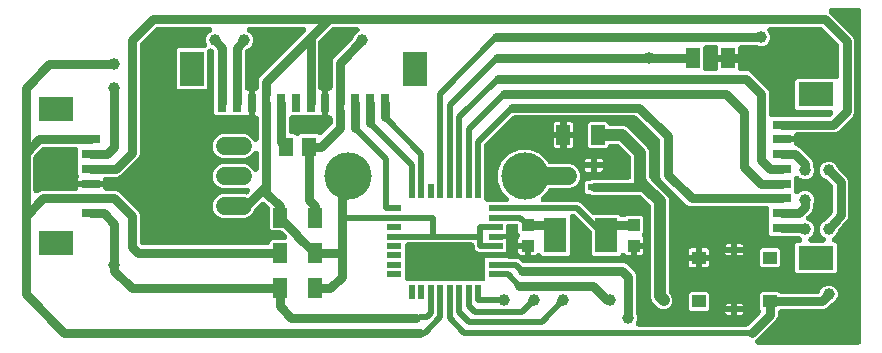
<source format=gbr>
G04 EAGLE Gerber X2 export*
%TF.Part,Single*%
%TF.FileFunction,Copper,L1,Top,Mixed*%
%TF.FilePolarity,Positive*%
%TF.GenerationSoftware,Autodesk,EAGLE,9.1.0*%
%TF.CreationDate,2020-08-17T16:32:53Z*%
G75*
%MOMM*%
%FSLAX34Y34*%
%LPD*%
%AMOC8*
5,1,8,0,0,1.08239X$1,22.5*%
G01*
%ADD10R,1.300000X1.600000*%
%ADD11R,1.080000X1.050000*%
%ADD12R,1.270000X0.558800*%
%ADD13R,0.558800X1.270000*%
%ADD14R,1.050000X0.600000*%
%ADD15R,1.950000X2.950000*%
%ADD16R,1.600000X0.800000*%
%ADD17R,3.000000X2.100000*%
%ADD18C,1.524000*%
%ADD19R,0.800000X1.600000*%
%ADD20R,2.100000X3.000000*%
%ADD21R,1.160000X1.680000*%
%ADD22R,1.200000X1.100000*%
%ADD23R,1.000000X0.450000*%
%ADD24C,1.000000*%
%ADD25C,0.800000*%
%ADD26C,0.500000*%
%ADD27C,4.000000*%
%ADD28C,1.000000*%
%ADD29C,1.500000*%

G36*
X770050Y2505D02*
X770050Y2505D01*
X770100Y2503D01*
X770272Y2525D01*
X770445Y2541D01*
X770493Y2554D01*
X770543Y2560D01*
X770708Y2613D01*
X770876Y2659D01*
X770921Y2681D01*
X770968Y2696D01*
X771122Y2777D01*
X771278Y2852D01*
X771319Y2882D01*
X771363Y2905D01*
X771500Y3012D01*
X771640Y3114D01*
X771675Y3150D01*
X771714Y3181D01*
X771830Y3311D01*
X771950Y3436D01*
X771977Y3478D01*
X772011Y3516D01*
X772101Y3664D01*
X772197Y3808D01*
X772217Y3855D01*
X772243Y3897D01*
X772305Y4059D01*
X772374Y4219D01*
X772385Y4267D01*
X772403Y4314D01*
X772436Y4485D01*
X772475Y4654D01*
X772478Y4704D01*
X772487Y4753D01*
X772499Y5000D01*
X772499Y285000D01*
X772495Y285050D01*
X772497Y285100D01*
X772475Y285272D01*
X772459Y285445D01*
X772446Y285493D01*
X772440Y285543D01*
X772387Y285708D01*
X772341Y285876D01*
X772319Y285921D01*
X772304Y285968D01*
X772223Y286122D01*
X772148Y286278D01*
X772118Y286319D01*
X772095Y286363D01*
X771988Y286500D01*
X771886Y286640D01*
X771850Y286675D01*
X771819Y286714D01*
X771689Y286830D01*
X771564Y286950D01*
X771522Y286977D01*
X771484Y287011D01*
X771336Y287101D01*
X771192Y287197D01*
X771146Y287217D01*
X771103Y287243D01*
X770941Y287305D01*
X770781Y287374D01*
X770733Y287385D01*
X770686Y287403D01*
X770515Y287436D01*
X770346Y287475D01*
X770296Y287478D01*
X770247Y287487D01*
X770000Y287499D01*
X747228Y287499D01*
X747091Y287487D01*
X746955Y287484D01*
X746870Y287467D01*
X746783Y287459D01*
X746651Y287423D01*
X746517Y287396D01*
X746436Y287364D01*
X746352Y287341D01*
X746229Y287282D01*
X746102Y287231D01*
X746028Y287185D01*
X745950Y287148D01*
X745838Y287067D01*
X745723Y286995D01*
X745658Y286937D01*
X745588Y286886D01*
X745493Y286787D01*
X745391Y286695D01*
X745338Y286626D01*
X745278Y286564D01*
X745203Y286450D01*
X745119Y286341D01*
X745079Y286264D01*
X745031Y286192D01*
X744977Y286066D01*
X744914Y285944D01*
X744888Y285861D01*
X744854Y285781D01*
X744823Y285648D01*
X744783Y285517D01*
X744772Y285431D01*
X744753Y285346D01*
X744746Y285210D01*
X744730Y285074D01*
X744735Y284987D01*
X744731Y284900D01*
X744748Y284765D01*
X744756Y284628D01*
X744777Y284543D01*
X744788Y284457D01*
X744830Y284327D01*
X744862Y284194D01*
X744897Y284115D01*
X744924Y284032D01*
X744988Y283911D01*
X745043Y283786D01*
X745092Y283714D01*
X745133Y283637D01*
X745218Y283529D01*
X745295Y283416D01*
X745386Y283315D01*
X745409Y283286D01*
X745427Y283270D01*
X745461Y283233D01*
X765511Y263182D01*
X766501Y260793D01*
X766501Y198707D01*
X765511Y196318D01*
X752432Y183239D01*
X750043Y182249D01*
X718000Y182249D01*
X717950Y182245D01*
X717900Y182247D01*
X717728Y182225D01*
X717555Y182209D01*
X717507Y182196D01*
X717457Y182190D01*
X717292Y182137D01*
X717124Y182091D01*
X717079Y182069D01*
X717032Y182054D01*
X716878Y181973D01*
X716722Y181898D01*
X716681Y181868D01*
X716637Y181845D01*
X716500Y181738D01*
X716360Y181636D01*
X716325Y181600D01*
X716286Y181569D01*
X716170Y181439D01*
X716050Y181314D01*
X716023Y181272D01*
X715989Y181234D01*
X715899Y181086D01*
X715803Y180942D01*
X715783Y180896D01*
X715757Y180853D01*
X715695Y180691D01*
X715626Y180531D01*
X715615Y180483D01*
X715597Y180436D01*
X715564Y180265D01*
X715525Y180096D01*
X715522Y180046D01*
X715513Y179997D01*
X715501Y179750D01*
X715501Y178749D01*
X704960Y178749D01*
X704910Y178745D01*
X704861Y178747D01*
X704689Y178725D01*
X704515Y178709D01*
X704467Y178696D01*
X704418Y178690D01*
X704252Y178637D01*
X704085Y178591D01*
X704040Y178569D01*
X703992Y178554D01*
X703839Y178473D01*
X703682Y178398D01*
X703641Y178368D01*
X703597Y178345D01*
X703461Y178238D01*
X703320Y178136D01*
X703285Y178100D01*
X703246Y178069D01*
X703131Y177939D01*
X703011Y177814D01*
X702983Y177772D01*
X702950Y177735D01*
X702860Y177586D01*
X702763Y177442D01*
X702744Y177396D01*
X702718Y177353D01*
X702655Y177191D01*
X702586Y177032D01*
X702575Y176983D01*
X702557Y176936D01*
X702524Y176765D01*
X702485Y176596D01*
X702483Y176547D01*
X702473Y176497D01*
X702461Y176250D01*
X702466Y176200D01*
X702463Y176150D01*
X702485Y175978D01*
X702501Y175805D01*
X702514Y175757D01*
X702521Y175707D01*
X702573Y175542D01*
X702619Y175374D01*
X702641Y175329D01*
X702656Y175281D01*
X702737Y175128D01*
X702813Y174971D01*
X702842Y174931D01*
X702866Y174887D01*
X702973Y174750D01*
X703075Y174610D01*
X703111Y174575D01*
X703142Y174536D01*
X703272Y174420D01*
X703397Y174300D01*
X703438Y174272D01*
X703476Y174239D01*
X703624Y174149D01*
X703769Y174053D01*
X703815Y174033D01*
X703857Y174007D01*
X704020Y173945D01*
X704179Y173876D01*
X704227Y173865D01*
X704274Y173847D01*
X704445Y173814D01*
X704614Y173775D01*
X704664Y173772D01*
X704713Y173763D01*
X704960Y173751D01*
X715501Y173751D01*
X715501Y172750D01*
X715505Y172700D01*
X715503Y172650D01*
X715525Y172478D01*
X715541Y172305D01*
X715554Y172257D01*
X715560Y172207D01*
X715613Y172042D01*
X715659Y171874D01*
X715681Y171829D01*
X715696Y171782D01*
X715777Y171628D01*
X715852Y171472D01*
X715882Y171431D01*
X715905Y171387D01*
X716012Y171250D01*
X716114Y171110D01*
X716150Y171075D01*
X716181Y171036D01*
X716311Y170920D01*
X716436Y170800D01*
X716478Y170773D01*
X716516Y170739D01*
X716664Y170649D01*
X716808Y170553D01*
X716854Y170533D01*
X716897Y170507D01*
X717059Y170445D01*
X717219Y170376D01*
X717267Y170365D01*
X717277Y170361D01*
X719932Y169261D01*
X730511Y158682D01*
X731501Y156293D01*
X731501Y154403D01*
X731514Y154261D01*
X731517Y154117D01*
X731533Y154039D01*
X731541Y153958D01*
X731579Y153820D01*
X731608Y153680D01*
X731649Y153564D01*
X731659Y153528D01*
X731671Y153503D01*
X731691Y153447D01*
X732501Y151492D01*
X732501Y148508D01*
X731359Y145751D01*
X729249Y143641D01*
X726492Y142499D01*
X723508Y142499D01*
X720751Y143641D01*
X719727Y144665D01*
X719622Y144753D01*
X719524Y144848D01*
X719451Y144896D01*
X719384Y144952D01*
X719265Y145019D01*
X719152Y145095D01*
X719072Y145129D01*
X718996Y145172D01*
X718867Y145218D01*
X718741Y145272D01*
X718657Y145292D01*
X718575Y145320D01*
X718440Y145342D01*
X718306Y145373D01*
X718220Y145377D01*
X718134Y145391D01*
X717997Y145388D01*
X717860Y145395D01*
X717774Y145384D01*
X717687Y145382D01*
X717553Y145355D01*
X717417Y145338D01*
X717334Y145311D01*
X717249Y145294D01*
X717122Y145243D01*
X716992Y145202D01*
X716915Y145161D01*
X716834Y145129D01*
X716718Y145057D01*
X716597Y144993D01*
X716529Y144939D01*
X716455Y144893D01*
X716353Y144801D01*
X716246Y144717D01*
X716188Y144652D01*
X716124Y144593D01*
X716040Y144485D01*
X715949Y144382D01*
X715904Y144308D01*
X715851Y144239D01*
X715788Y144118D01*
X715717Y144001D01*
X715686Y143920D01*
X715646Y143842D01*
X715606Y143712D01*
X715557Y143584D01*
X715540Y143498D01*
X715515Y143415D01*
X715499Y143280D01*
X715473Y143145D01*
X715466Y143008D01*
X715462Y142972D01*
X715463Y142948D01*
X715461Y142898D01*
X715461Y133424D01*
X715416Y133278D01*
X715359Y133115D01*
X715351Y133065D01*
X715336Y133017D01*
X715315Y132845D01*
X715288Y132674D01*
X715289Y132623D01*
X715283Y132574D01*
X715293Y132400D01*
X715297Y132227D01*
X715307Y132178D01*
X715310Y132128D01*
X715351Y131959D01*
X715385Y131789D01*
X715404Y131742D01*
X715415Y131694D01*
X715486Y131535D01*
X715550Y131374D01*
X715576Y131331D01*
X715597Y131285D01*
X715607Y131270D01*
X715619Y131226D01*
X715678Y131103D01*
X715729Y130976D01*
X715775Y130902D01*
X715812Y130824D01*
X715893Y130713D01*
X715965Y130597D01*
X716023Y130532D01*
X716074Y130462D01*
X716173Y130367D01*
X716265Y130266D01*
X716334Y130213D01*
X716396Y130152D01*
X716510Y130077D01*
X716619Y129993D01*
X716696Y129953D01*
X716768Y129905D01*
X716894Y129851D01*
X717016Y129788D01*
X717099Y129763D01*
X717179Y129728D01*
X717311Y129697D01*
X717443Y129657D01*
X717529Y129647D01*
X717614Y129627D01*
X717750Y129620D01*
X717886Y129604D01*
X717973Y129609D01*
X718060Y129605D01*
X718195Y129622D01*
X718332Y129631D01*
X718417Y129651D01*
X718503Y129662D01*
X718633Y129704D01*
X718766Y129736D01*
X718846Y129772D01*
X718928Y129798D01*
X719049Y129862D01*
X719174Y129918D01*
X719246Y129967D01*
X719323Y130007D01*
X719431Y130092D01*
X719544Y130169D01*
X719645Y130261D01*
X719674Y130283D01*
X719690Y130301D01*
X719727Y130335D01*
X720751Y131359D01*
X723508Y132501D01*
X726492Y132501D01*
X729249Y131359D01*
X731359Y129249D01*
X732501Y126492D01*
X732501Y123508D01*
X731691Y121553D01*
X731648Y121417D01*
X731597Y121283D01*
X731582Y121203D01*
X731558Y121127D01*
X731540Y120985D01*
X731513Y120844D01*
X731507Y120721D01*
X731502Y120683D01*
X731504Y120657D01*
X731501Y120597D01*
X731501Y118053D01*
X730511Y115664D01*
X726206Y111359D01*
X726147Y111288D01*
X726079Y111223D01*
X726003Y111116D01*
X725920Y111017D01*
X725874Y110935D01*
X725819Y110859D01*
X725764Y110742D01*
X725699Y110628D01*
X725668Y110540D01*
X725628Y110456D01*
X725594Y110330D01*
X725551Y110207D01*
X725536Y110114D01*
X725512Y110024D01*
X725501Y109895D01*
X725480Y109766D01*
X725482Y109672D01*
X725474Y109579D01*
X725487Y109449D01*
X725489Y109319D01*
X725508Y109228D01*
X725517Y109134D01*
X725552Y109009D01*
X725578Y108881D01*
X725612Y108794D01*
X725637Y108704D01*
X725694Y108587D01*
X725742Y108466D01*
X725792Y108387D01*
X725833Y108303D01*
X725910Y108198D01*
X725979Y108087D01*
X726041Y108018D01*
X726097Y107942D01*
X726191Y107852D01*
X726278Y107756D01*
X726353Y107699D01*
X726420Y107634D01*
X726529Y107563D01*
X726632Y107483D01*
X726715Y107440D01*
X726794Y107389D01*
X727017Y107283D01*
X729249Y106359D01*
X731359Y104249D01*
X732501Y101492D01*
X732501Y98508D01*
X731359Y95751D01*
X729249Y93641D01*
X729050Y93559D01*
X728891Y93476D01*
X728728Y93398D01*
X728693Y93372D01*
X728655Y93352D01*
X728513Y93241D01*
X728367Y93136D01*
X728336Y93104D01*
X728302Y93078D01*
X728182Y92943D01*
X728057Y92814D01*
X728033Y92777D01*
X728004Y92745D01*
X727910Y92592D01*
X727810Y92442D01*
X727793Y92402D01*
X727770Y92365D01*
X727704Y92196D01*
X727633Y92031D01*
X727623Y91989D01*
X727607Y91949D01*
X727572Y91771D01*
X727532Y91596D01*
X727529Y91553D01*
X727521Y91510D01*
X727518Y91330D01*
X727510Y91150D01*
X727515Y91107D01*
X727514Y91064D01*
X727544Y90886D01*
X727567Y90707D01*
X727580Y90666D01*
X727587Y90623D01*
X727648Y90453D01*
X727703Y90282D01*
X727723Y90243D01*
X727738Y90202D01*
X727828Y90046D01*
X727912Y89887D01*
X727939Y89853D01*
X727961Y89815D01*
X728077Y89677D01*
X728188Y89536D01*
X728221Y89507D01*
X728249Y89474D01*
X728388Y89359D01*
X728522Y89239D01*
X728559Y89217D01*
X728593Y89189D01*
X728750Y89101D01*
X728904Y89007D01*
X728945Y88992D01*
X728982Y88970D01*
X729152Y88912D01*
X729321Y88847D01*
X729364Y88839D01*
X729405Y88824D01*
X729582Y88797D01*
X729760Y88763D01*
X729820Y88760D01*
X729846Y88756D01*
X729883Y88757D01*
X730007Y88751D01*
X739993Y88751D01*
X740173Y88767D01*
X740352Y88777D01*
X740395Y88787D01*
X740438Y88791D01*
X740612Y88838D01*
X740787Y88880D01*
X740827Y88898D01*
X740869Y88909D01*
X741032Y88987D01*
X741196Y89059D01*
X741232Y89083D01*
X741272Y89102D01*
X741418Y89208D01*
X741567Y89308D01*
X741598Y89339D01*
X741633Y89364D01*
X741758Y89494D01*
X741887Y89620D01*
X741913Y89655D01*
X741943Y89686D01*
X742043Y89836D01*
X742147Y89983D01*
X742166Y90022D01*
X742190Y90058D01*
X742261Y90223D01*
X742339Y90387D01*
X742350Y90429D01*
X742367Y90469D01*
X742408Y90643D01*
X742455Y90818D01*
X742459Y90861D01*
X742468Y90904D01*
X742477Y91083D01*
X742492Y91263D01*
X742488Y91306D01*
X742490Y91350D01*
X742467Y91528D01*
X742450Y91708D01*
X742438Y91750D01*
X742433Y91793D01*
X742378Y91964D01*
X742329Y92138D01*
X742310Y92177D01*
X742297Y92218D01*
X742213Y92377D01*
X742134Y92540D01*
X742108Y92575D01*
X742088Y92613D01*
X741977Y92754D01*
X741870Y92900D01*
X741839Y92930D01*
X741812Y92964D01*
X741677Y93084D01*
X741547Y93208D01*
X741510Y93232D01*
X741478Y93261D01*
X741324Y93354D01*
X741173Y93453D01*
X741119Y93479D01*
X741096Y93493D01*
X741061Y93506D01*
X740950Y93559D01*
X740751Y93641D01*
X738641Y95751D01*
X737499Y98508D01*
X737499Y101492D01*
X738641Y104249D01*
X740751Y106359D01*
X741669Y106739D01*
X741721Y106766D01*
X741775Y106786D01*
X741918Y106869D01*
X742065Y106946D01*
X742111Y106982D01*
X742161Y107011D01*
X742287Y107119D01*
X742418Y107220D01*
X742456Y107264D01*
X742501Y107301D01*
X742665Y107487D01*
X743399Y108405D01*
X747398Y113403D01*
X747398Y113404D01*
X747952Y114096D01*
X747978Y114136D01*
X748011Y114173D01*
X748102Y114322D01*
X748198Y114468D01*
X748218Y114513D01*
X748243Y114554D01*
X748306Y114718D01*
X748375Y114878D01*
X748386Y114926D01*
X748403Y114971D01*
X748436Y115143D01*
X748476Y115314D01*
X748478Y115362D01*
X748487Y115410D01*
X748499Y115657D01*
X748499Y136272D01*
X748483Y136458D01*
X748471Y136644D01*
X748463Y136680D01*
X748459Y136717D01*
X748410Y136897D01*
X748366Y137078D01*
X748351Y137112D01*
X748341Y137148D01*
X748260Y137316D01*
X748184Y137486D01*
X748164Y137517D01*
X748148Y137550D01*
X748038Y137701D01*
X747933Y137856D01*
X747899Y137893D01*
X747886Y137912D01*
X747859Y137938D01*
X747767Y138039D01*
X743517Y142290D01*
X743407Y142382D01*
X743303Y142480D01*
X743236Y142524D01*
X743174Y142576D01*
X743050Y142647D01*
X742930Y142726D01*
X742818Y142778D01*
X742786Y142797D01*
X742760Y142806D01*
X742706Y142831D01*
X740751Y143641D01*
X738641Y145751D01*
X737499Y148508D01*
X737499Y151492D01*
X738641Y154249D01*
X740751Y156359D01*
X743508Y157501D01*
X746492Y157501D01*
X749249Y156359D01*
X751359Y154249D01*
X752169Y152294D01*
X752235Y152167D01*
X752293Y152036D01*
X752338Y151969D01*
X752376Y151898D01*
X752464Y151785D01*
X752544Y151667D01*
X752627Y151575D01*
X752650Y151546D01*
X752670Y151528D01*
X752710Y151483D01*
X760511Y143682D01*
X761501Y141293D01*
X761501Y112998D01*
X761502Y112984D01*
X761501Y112970D01*
X761516Y112722D01*
X761604Y111933D01*
X761599Y111918D01*
X761599Y111913D01*
X761597Y111908D01*
X761555Y111688D01*
X761514Y111480D01*
X761514Y111475D01*
X761513Y111470D01*
X761501Y111222D01*
X761501Y111207D01*
X761197Y110473D01*
X761192Y110459D01*
X761186Y110446D01*
X761105Y110212D01*
X760884Y109449D01*
X760874Y109437D01*
X760872Y109433D01*
X760868Y109429D01*
X760746Y109244D01*
X760628Y109064D01*
X760626Y109060D01*
X760623Y109056D01*
X760517Y108832D01*
X760511Y108818D01*
X759949Y108256D01*
X759940Y108244D01*
X759929Y108235D01*
X759765Y108050D01*
X753048Y99654D01*
X753022Y99614D01*
X752989Y99577D01*
X752898Y99428D01*
X752802Y99282D01*
X752782Y99237D01*
X752757Y99196D01*
X752694Y99032D01*
X752625Y98872D01*
X752614Y98824D01*
X752597Y98779D01*
X752583Y98706D01*
X751359Y95751D01*
X749249Y93641D01*
X749050Y93559D01*
X748891Y93476D01*
X748728Y93398D01*
X748693Y93372D01*
X748655Y93352D01*
X748513Y93241D01*
X748367Y93136D01*
X748336Y93104D01*
X748302Y93078D01*
X748182Y92943D01*
X748057Y92814D01*
X748033Y92777D01*
X748004Y92745D01*
X747910Y92592D01*
X747810Y92442D01*
X747793Y92402D01*
X747770Y92365D01*
X747704Y92196D01*
X747633Y92031D01*
X747623Y91989D01*
X747607Y91949D01*
X747572Y91771D01*
X747532Y91596D01*
X747529Y91553D01*
X747521Y91510D01*
X747518Y91330D01*
X747510Y91150D01*
X747515Y91107D01*
X747514Y91064D01*
X747544Y90886D01*
X747567Y90707D01*
X747580Y90666D01*
X747587Y90623D01*
X747648Y90453D01*
X747703Y90282D01*
X747723Y90243D01*
X747738Y90202D01*
X747828Y90046D01*
X747912Y89887D01*
X747939Y89853D01*
X747961Y89815D01*
X748077Y89677D01*
X748188Y89536D01*
X748221Y89507D01*
X748249Y89474D01*
X748388Y89359D01*
X748522Y89239D01*
X748559Y89217D01*
X748593Y89189D01*
X748750Y89101D01*
X748904Y89007D01*
X748945Y88992D01*
X748982Y88970D01*
X749152Y88912D01*
X749321Y88847D01*
X749364Y88839D01*
X749405Y88824D01*
X749582Y88797D01*
X749760Y88763D01*
X749820Y88760D01*
X749846Y88756D01*
X749883Y88757D01*
X749995Y88751D01*
X751461Y87286D01*
X751461Y64214D01*
X749996Y62749D01*
X717924Y62749D01*
X716459Y64214D01*
X716459Y87286D01*
X717924Y88751D01*
X719993Y88751D01*
X720173Y88767D01*
X720352Y88777D01*
X720395Y88787D01*
X720438Y88791D01*
X720612Y88838D01*
X720787Y88880D01*
X720827Y88898D01*
X720869Y88909D01*
X721032Y88987D01*
X721196Y89059D01*
X721232Y89083D01*
X721272Y89102D01*
X721418Y89208D01*
X721567Y89308D01*
X721598Y89339D01*
X721633Y89364D01*
X721758Y89494D01*
X721887Y89620D01*
X721913Y89655D01*
X721943Y89686D01*
X722043Y89836D01*
X722147Y89983D01*
X722166Y90022D01*
X722190Y90058D01*
X722261Y90223D01*
X722339Y90387D01*
X722350Y90429D01*
X722367Y90469D01*
X722408Y90643D01*
X722455Y90818D01*
X722459Y90861D01*
X722468Y90904D01*
X722477Y91083D01*
X722492Y91263D01*
X722488Y91306D01*
X722490Y91350D01*
X722467Y91528D01*
X722450Y91708D01*
X722438Y91750D01*
X722433Y91793D01*
X722378Y91964D01*
X722329Y92138D01*
X722310Y92177D01*
X722297Y92218D01*
X722213Y92377D01*
X722134Y92540D01*
X722108Y92575D01*
X722088Y92613D01*
X721977Y92754D01*
X721870Y92900D01*
X721839Y92930D01*
X721812Y92964D01*
X721677Y93084D01*
X721547Y93208D01*
X721510Y93232D01*
X721478Y93261D01*
X721324Y93354D01*
X721173Y93453D01*
X721119Y93479D01*
X721096Y93493D01*
X721061Y93506D01*
X720950Y93559D01*
X720751Y93641D01*
X720375Y94017D01*
X720232Y94137D01*
X720092Y94261D01*
X720061Y94280D01*
X720032Y94304D01*
X719870Y94396D01*
X719711Y94493D01*
X719676Y94506D01*
X719644Y94524D01*
X719468Y94586D01*
X719294Y94653D01*
X719257Y94660D01*
X719223Y94673D01*
X719038Y94702D01*
X718855Y94737D01*
X718805Y94740D01*
X718781Y94743D01*
X718744Y94742D01*
X718608Y94749D01*
X695924Y94749D01*
X694459Y96214D01*
X694459Y106576D01*
X694504Y106721D01*
X694561Y106885D01*
X694569Y106935D01*
X694584Y106983D01*
X694605Y107155D01*
X694632Y107326D01*
X694631Y107376D01*
X694637Y107426D01*
X694627Y107599D01*
X694623Y107773D01*
X694613Y107822D01*
X694610Y107872D01*
X694569Y108041D01*
X694535Y108211D01*
X694516Y108257D01*
X694505Y108306D01*
X694459Y108408D01*
X694459Y117250D01*
X694455Y117300D01*
X694457Y117350D01*
X694435Y117522D01*
X694419Y117695D01*
X694406Y117743D01*
X694400Y117793D01*
X694347Y117958D01*
X694301Y118126D01*
X694279Y118171D01*
X694264Y118218D01*
X694183Y118372D01*
X694108Y118528D01*
X694078Y118569D01*
X694055Y118613D01*
X693948Y118750D01*
X693846Y118890D01*
X693810Y118925D01*
X693779Y118964D01*
X693649Y119080D01*
X693524Y119200D01*
X693482Y119227D01*
X693444Y119261D01*
X693296Y119351D01*
X693152Y119447D01*
X693106Y119467D01*
X693063Y119493D01*
X692901Y119555D01*
X692741Y119624D01*
X692693Y119635D01*
X692646Y119653D01*
X692475Y119686D01*
X692306Y119725D01*
X692256Y119728D01*
X692207Y119737D01*
X691960Y119749D01*
X627457Y119749D01*
X625068Y120739D01*
X603239Y142568D01*
X602249Y144957D01*
X602249Y175022D01*
X602247Y175046D01*
X602247Y175049D01*
X602246Y175058D01*
X602233Y175208D01*
X602221Y175394D01*
X602213Y175430D01*
X602209Y175467D01*
X602160Y175647D01*
X602116Y175828D01*
X602101Y175862D01*
X602091Y175898D01*
X602010Y176066D01*
X601934Y176236D01*
X601914Y176267D01*
X601898Y176300D01*
X601788Y176451D01*
X601683Y176606D01*
X601649Y176643D01*
X601636Y176662D01*
X601609Y176688D01*
X601517Y176789D01*
X582539Y195767D01*
X582396Y195887D01*
X582257Y196011D01*
X582225Y196030D01*
X582196Y196054D01*
X582035Y196146D01*
X581875Y196243D01*
X581840Y196256D01*
X581808Y196274D01*
X581632Y196336D01*
X581458Y196403D01*
X581422Y196410D01*
X581387Y196423D01*
X581202Y196452D01*
X581019Y196487D01*
X580969Y196490D01*
X580946Y196493D01*
X580909Y196492D01*
X580772Y196499D01*
X478607Y196499D01*
X478421Y196483D01*
X478235Y196471D01*
X478199Y196463D01*
X478162Y196459D01*
X477981Y196410D01*
X477801Y196366D01*
X477767Y196351D01*
X477731Y196341D01*
X477563Y196260D01*
X477392Y196184D01*
X477362Y196164D01*
X477328Y196148D01*
X477177Y196038D01*
X477023Y195933D01*
X476985Y195899D01*
X476966Y195886D01*
X476941Y195859D01*
X476839Y195767D01*
X453733Y172661D01*
X453613Y172517D01*
X453489Y172378D01*
X453470Y172346D01*
X453446Y172318D01*
X453354Y172156D01*
X453257Y171996D01*
X453244Y171962D01*
X453226Y171929D01*
X453164Y171753D01*
X453097Y171579D01*
X453090Y171543D01*
X453077Y171508D01*
X453048Y171324D01*
X453013Y171141D01*
X453010Y171090D01*
X453007Y171067D01*
X453008Y171030D01*
X453001Y170893D01*
X453001Y141641D01*
X453017Y141455D01*
X453029Y141269D01*
X453037Y141233D01*
X453041Y141196D01*
X453090Y141016D01*
X453134Y140835D01*
X453149Y140801D01*
X453159Y140765D01*
X453240Y140597D01*
X453295Y140474D01*
X453295Y125794D01*
X453299Y125744D01*
X453297Y125694D01*
X453319Y125522D01*
X453335Y125349D01*
X453348Y125301D01*
X453354Y125251D01*
X453407Y125086D01*
X453453Y124918D01*
X453475Y124873D01*
X453490Y124826D01*
X453571Y124672D01*
X453646Y124516D01*
X453676Y124475D01*
X453699Y124431D01*
X453806Y124294D01*
X453908Y124154D01*
X453944Y124119D01*
X453975Y124080D01*
X454105Y123964D01*
X454230Y123844D01*
X454272Y123817D01*
X454310Y123783D01*
X454458Y123693D01*
X454602Y123597D01*
X454648Y123577D01*
X454691Y123551D01*
X454853Y123489D01*
X455013Y123420D01*
X455061Y123409D01*
X455108Y123391D01*
X455279Y123358D01*
X455448Y123319D01*
X455498Y123316D01*
X455547Y123307D01*
X455794Y123295D01*
X470477Y123295D01*
X470538Y123257D01*
X470573Y123244D01*
X470605Y123226D01*
X470781Y123164D01*
X470955Y123097D01*
X470991Y123090D01*
X471026Y123077D01*
X471211Y123048D01*
X471394Y123013D01*
X471444Y123010D01*
X471467Y123007D01*
X471471Y123007D01*
X471506Y123007D01*
X471641Y123001D01*
X471645Y123001D01*
X471781Y123013D01*
X471918Y123016D01*
X472003Y123033D01*
X472090Y123041D01*
X472222Y123077D01*
X472356Y123104D01*
X472436Y123136D01*
X472520Y123159D01*
X472644Y123218D01*
X472771Y123269D01*
X472845Y123315D01*
X472923Y123352D01*
X473034Y123433D01*
X473150Y123505D01*
X473214Y123563D01*
X473285Y123614D01*
X473380Y123713D01*
X473481Y123805D01*
X473534Y123874D01*
X473594Y123936D01*
X473670Y124050D01*
X473754Y124159D01*
X473794Y124236D01*
X473842Y124308D01*
X473896Y124434D01*
X473959Y124556D01*
X473984Y124639D01*
X474019Y124719D01*
X474050Y124852D01*
X474090Y124983D01*
X474100Y125069D01*
X474120Y125154D01*
X474127Y125290D01*
X474143Y125426D01*
X474138Y125513D01*
X474142Y125600D01*
X474124Y125735D01*
X474116Y125872D01*
X474096Y125957D01*
X474084Y126043D01*
X474043Y126173D01*
X474010Y126306D01*
X473975Y126385D01*
X473949Y126468D01*
X473885Y126589D01*
X473829Y126714D01*
X473780Y126786D01*
X473740Y126863D01*
X473655Y126971D01*
X473578Y127084D01*
X473486Y127185D01*
X473463Y127214D01*
X473446Y127230D01*
X473412Y127267D01*
X468425Y132254D01*
X464999Y140524D01*
X464999Y149476D01*
X468425Y157746D01*
X474754Y164075D01*
X483024Y167501D01*
X491976Y167501D01*
X500246Y164075D01*
X506575Y157746D01*
X507073Y156544D01*
X507076Y156538D01*
X507078Y156532D01*
X507180Y156340D01*
X507280Y156148D01*
X507284Y156143D01*
X507287Y156137D01*
X507421Y155967D01*
X507555Y155795D01*
X507559Y155791D01*
X507563Y155786D01*
X507726Y155642D01*
X507887Y155497D01*
X507893Y155494D01*
X507898Y155489D01*
X508083Y155377D01*
X508268Y155263D01*
X508274Y155261D01*
X508279Y155257D01*
X508482Y155179D01*
X508684Y155100D01*
X508690Y155099D01*
X508696Y155097D01*
X508911Y155056D01*
X509122Y155014D01*
X509129Y155014D01*
X509135Y155013D01*
X509382Y155001D01*
X525989Y155001D01*
X529665Y153478D01*
X532478Y150665D01*
X534001Y146989D01*
X534001Y143011D01*
X532478Y139335D01*
X529665Y136522D01*
X525989Y134999D01*
X509382Y134999D01*
X509376Y134999D01*
X509369Y134999D01*
X509156Y134979D01*
X508937Y134959D01*
X508931Y134958D01*
X508924Y134957D01*
X508719Y134899D01*
X508506Y134841D01*
X508501Y134838D01*
X508494Y134836D01*
X508301Y134742D01*
X508104Y134648D01*
X508098Y134644D01*
X508093Y134641D01*
X507919Y134514D01*
X507742Y134386D01*
X507737Y134381D01*
X507732Y134377D01*
X507581Y134219D01*
X507432Y134064D01*
X507429Y134058D01*
X507424Y134053D01*
X507306Y133873D01*
X507185Y133692D01*
X507183Y133686D01*
X507179Y133680D01*
X507073Y133456D01*
X506575Y132254D01*
X501588Y127267D01*
X501500Y127162D01*
X501406Y127064D01*
X501357Y126991D01*
X501302Y126924D01*
X501234Y126806D01*
X501158Y126692D01*
X501124Y126612D01*
X501081Y126536D01*
X501035Y126407D01*
X500981Y126281D01*
X500962Y126197D01*
X500933Y126115D01*
X500911Y125979D01*
X500880Y125846D01*
X500876Y125760D01*
X500862Y125674D01*
X500865Y125537D01*
X500858Y125400D01*
X500869Y125314D01*
X500871Y125227D01*
X500898Y125093D01*
X500916Y124957D01*
X500942Y124874D01*
X500959Y124789D01*
X501010Y124662D01*
X501051Y124532D01*
X501092Y124455D01*
X501124Y124374D01*
X501196Y124258D01*
X501260Y124137D01*
X501314Y124069D01*
X501360Y123995D01*
X501452Y123893D01*
X501537Y123786D01*
X501602Y123728D01*
X501660Y123664D01*
X501768Y123580D01*
X501871Y123489D01*
X501945Y123444D01*
X502014Y123391D01*
X502135Y123328D01*
X502252Y123257D01*
X502334Y123226D01*
X502411Y123186D01*
X502541Y123146D01*
X502669Y123097D01*
X502755Y123080D01*
X502838Y123055D01*
X502973Y123039D01*
X503108Y123013D01*
X503245Y123006D01*
X503281Y123002D01*
X503305Y123003D01*
X503355Y123001D01*
X532995Y123001D01*
X534833Y122239D01*
X544089Y112983D01*
X544232Y112863D01*
X544372Y112739D01*
X544404Y112720D01*
X544432Y112696D01*
X544594Y112604D01*
X544754Y112507D01*
X544788Y112494D01*
X544820Y112476D01*
X544997Y112414D01*
X545171Y112347D01*
X545207Y112340D01*
X545242Y112327D01*
X545426Y112298D01*
X545609Y112263D01*
X545660Y112260D01*
X545683Y112257D01*
X545720Y112258D01*
X545857Y112251D01*
X567286Y112251D01*
X568554Y110983D01*
X568697Y110863D01*
X568837Y110739D01*
X568868Y110720D01*
X568897Y110696D01*
X569059Y110604D01*
X569218Y110507D01*
X569253Y110494D01*
X569285Y110476D01*
X569461Y110414D01*
X569635Y110347D01*
X569671Y110340D01*
X569706Y110327D01*
X569891Y110298D01*
X570074Y110263D01*
X570124Y110260D01*
X570147Y110257D01*
X570184Y110258D01*
X570321Y110251D01*
X571279Y110251D01*
X571465Y110267D01*
X571651Y110279D01*
X571687Y110287D01*
X571724Y110291D01*
X571904Y110340D01*
X572085Y110384D01*
X572119Y110399D01*
X572155Y110409D01*
X572323Y110490D01*
X572493Y110566D01*
X572524Y110586D01*
X572557Y110602D01*
X572709Y110712D01*
X572863Y110817D01*
X572900Y110851D01*
X572919Y110864D01*
X572945Y110891D01*
X573046Y110983D01*
X573564Y111501D01*
X586436Y111501D01*
X587901Y110036D01*
X587901Y97464D01*
X587232Y96796D01*
X587200Y96757D01*
X587163Y96724D01*
X587057Y96586D01*
X586946Y96453D01*
X586921Y96409D01*
X586890Y96370D01*
X586811Y96215D01*
X586725Y96064D01*
X586708Y96017D01*
X586685Y95973D01*
X586634Y95807D01*
X586577Y95643D01*
X586569Y95594D01*
X586554Y95546D01*
X586534Y95374D01*
X586506Y95202D01*
X586507Y95152D01*
X586501Y95102D01*
X586512Y94929D01*
X586515Y94755D01*
X586525Y94706D01*
X586528Y94656D01*
X586569Y94487D01*
X586603Y94317D01*
X586622Y94271D01*
X586634Y94222D01*
X586704Y94063D01*
X586768Y93902D01*
X586795Y93860D01*
X586815Y93814D01*
X586913Y93670D01*
X587004Y93523D01*
X587038Y93486D01*
X587066Y93445D01*
X587232Y93261D01*
X587433Y93060D01*
X587768Y92481D01*
X587941Y91834D01*
X587941Y88874D01*
X580125Y88874D01*
X580075Y88870D01*
X580025Y88872D01*
X579854Y88850D01*
X579680Y88834D01*
X579632Y88821D01*
X579582Y88815D01*
X579417Y88762D01*
X579250Y88716D01*
X579204Y88694D01*
X579157Y88679D01*
X579004Y88598D01*
X578847Y88523D01*
X578806Y88493D01*
X578762Y88470D01*
X578626Y88363D01*
X578485Y88261D01*
X578450Y88225D01*
X578411Y88194D01*
X578296Y88064D01*
X578267Y88034D01*
X578235Y88011D01*
X578200Y87974D01*
X578161Y87943D01*
X578045Y87813D01*
X577925Y87688D01*
X577898Y87647D01*
X577864Y87609D01*
X577774Y87461D01*
X577678Y87316D01*
X577658Y87270D01*
X577632Y87228D01*
X577570Y87066D01*
X577501Y86906D01*
X577490Y86858D01*
X577472Y86811D01*
X577439Y86640D01*
X577400Y86471D01*
X577397Y86421D01*
X577388Y86372D01*
X577376Y86125D01*
X577376Y78459D01*
X574266Y78459D01*
X573619Y78632D01*
X573040Y78967D01*
X572539Y79468D01*
X572501Y79500D01*
X572467Y79537D01*
X572329Y79643D01*
X572196Y79754D01*
X572153Y79779D01*
X572113Y79810D01*
X571959Y79889D01*
X571808Y79975D01*
X571761Y79992D01*
X571716Y80015D01*
X571550Y80066D01*
X571386Y80123D01*
X571337Y80131D01*
X571289Y80146D01*
X571117Y80166D01*
X570945Y80194D01*
X570895Y80193D01*
X570846Y80199D01*
X570673Y80188D01*
X570499Y80185D01*
X570450Y80175D01*
X570400Y80172D01*
X570231Y80131D01*
X570061Y80097D01*
X570014Y80078D01*
X569966Y80066D01*
X569807Y79996D01*
X569646Y79932D01*
X569603Y79905D01*
X569557Y79885D01*
X569414Y79787D01*
X569266Y79696D01*
X569229Y79662D01*
X569188Y79634D01*
X569004Y79468D01*
X567286Y77749D01*
X545714Y77749D01*
X544249Y79214D01*
X544249Y97643D01*
X544233Y97829D01*
X544221Y98015D01*
X544213Y98051D01*
X544209Y98088D01*
X544160Y98269D01*
X544116Y98449D01*
X544101Y98483D01*
X544091Y98519D01*
X544010Y98687D01*
X543934Y98858D01*
X543914Y98888D01*
X543898Y98922D01*
X543788Y99073D01*
X543683Y99227D01*
X543649Y99265D01*
X543636Y99284D01*
X543609Y99309D01*
X543517Y99411D01*
X530661Y112267D01*
X530517Y112387D01*
X530378Y112511D01*
X530346Y112530D01*
X530318Y112554D01*
X530155Y112646D01*
X529996Y112743D01*
X529962Y112756D01*
X529929Y112774D01*
X529753Y112836D01*
X529579Y112903D01*
X529543Y112910D01*
X529508Y112923D01*
X529324Y112952D01*
X529141Y112987D01*
X529090Y112990D01*
X529067Y112993D01*
X529030Y112992D01*
X528893Y112999D01*
X528250Y112999D01*
X528200Y112995D01*
X528150Y112997D01*
X527978Y112975D01*
X527805Y112959D01*
X527757Y112946D01*
X527707Y112940D01*
X527542Y112887D01*
X527374Y112841D01*
X527329Y112819D01*
X527282Y112804D01*
X527128Y112723D01*
X526972Y112648D01*
X526931Y112618D01*
X526887Y112595D01*
X526750Y112488D01*
X526610Y112386D01*
X526575Y112350D01*
X526536Y112319D01*
X526420Y112189D01*
X526300Y112064D01*
X526273Y112022D01*
X526239Y111984D01*
X526149Y111836D01*
X526053Y111692D01*
X526033Y111646D01*
X526007Y111603D01*
X525945Y111441D01*
X525876Y111281D01*
X525865Y111233D01*
X525847Y111186D01*
X525814Y111015D01*
X525775Y110846D01*
X525772Y110796D01*
X525763Y110747D01*
X525751Y110500D01*
X525751Y79214D01*
X524286Y77749D01*
X502714Y77749D01*
X500996Y79468D01*
X500957Y79500D01*
X500923Y79537D01*
X500786Y79643D01*
X500653Y79754D01*
X500609Y79779D01*
X500569Y79810D01*
X500415Y79890D01*
X500264Y79975D01*
X500217Y79992D01*
X500173Y80015D01*
X500007Y80066D01*
X499843Y80123D01*
X499793Y80131D01*
X499746Y80146D01*
X499573Y80166D01*
X499402Y80194D01*
X499352Y80193D01*
X499302Y80199D01*
X499129Y80188D01*
X498955Y80185D01*
X498906Y80175D01*
X498856Y80172D01*
X498687Y80131D01*
X498517Y80097D01*
X498471Y80078D01*
X498422Y80066D01*
X498263Y79996D01*
X498102Y79932D01*
X498060Y79905D01*
X498014Y79885D01*
X497870Y79787D01*
X497723Y79696D01*
X497686Y79662D01*
X497644Y79634D01*
X497461Y79468D01*
X496960Y78967D01*
X496381Y78632D01*
X495734Y78459D01*
X492624Y78459D01*
X492624Y86125D01*
X492620Y86175D01*
X492622Y86225D01*
X492600Y86396D01*
X492584Y86570D01*
X492571Y86618D01*
X492565Y86668D01*
X492512Y86833D01*
X492466Y87000D01*
X492444Y87046D01*
X492429Y87093D01*
X492348Y87246D01*
X492273Y87403D01*
X492243Y87444D01*
X492220Y87488D01*
X492113Y87624D01*
X492011Y87765D01*
X491975Y87800D01*
X491944Y87839D01*
X491814Y87954D01*
X491784Y87983D01*
X491761Y88015D01*
X491724Y88050D01*
X491693Y88089D01*
X491563Y88205D01*
X491438Y88325D01*
X491397Y88352D01*
X491359Y88386D01*
X491211Y88476D01*
X491066Y88572D01*
X491020Y88592D01*
X490978Y88618D01*
X490816Y88680D01*
X490656Y88749D01*
X490608Y88760D01*
X490561Y88778D01*
X490390Y88811D01*
X490221Y88850D01*
X490171Y88853D01*
X490122Y88862D01*
X489875Y88874D01*
X482059Y88874D01*
X482059Y91834D01*
X482232Y92481D01*
X482567Y93060D01*
X482768Y93261D01*
X482800Y93300D01*
X482837Y93333D01*
X482943Y93471D01*
X483054Y93604D01*
X483079Y93647D01*
X483110Y93687D01*
X483189Y93842D01*
X483275Y93992D01*
X483292Y94039D01*
X483315Y94084D01*
X483366Y94250D01*
X483423Y94414D01*
X483431Y94463D01*
X483446Y94511D01*
X483466Y94683D01*
X483494Y94855D01*
X483493Y94905D01*
X483499Y94954D01*
X483488Y95128D01*
X483485Y95301D01*
X483475Y95350D01*
X483472Y95400D01*
X483431Y95569D01*
X483397Y95739D01*
X483378Y95786D01*
X483366Y95834D01*
X483296Y95993D01*
X483232Y96154D01*
X483205Y96197D01*
X483185Y96243D01*
X483087Y96387D01*
X482996Y96534D01*
X482962Y96571D01*
X482934Y96612D01*
X482768Y96796D01*
X482099Y97464D01*
X482099Y102500D01*
X482096Y102539D01*
X482097Y102571D01*
X482096Y102579D01*
X482097Y102600D01*
X482075Y102772D01*
X482059Y102945D01*
X482046Y102993D01*
X482040Y103043D01*
X481987Y103208D01*
X481941Y103376D01*
X481919Y103421D01*
X481904Y103468D01*
X481823Y103622D01*
X481748Y103778D01*
X481718Y103819D01*
X481695Y103863D01*
X481588Y104000D01*
X481486Y104140D01*
X481450Y104175D01*
X481419Y104214D01*
X481289Y104330D01*
X481164Y104450D01*
X481122Y104477D01*
X481084Y104511D01*
X480936Y104601D01*
X480792Y104697D01*
X480746Y104717D01*
X480703Y104743D01*
X480541Y104805D01*
X480381Y104874D01*
X480333Y104885D01*
X480286Y104903D01*
X480115Y104936D01*
X479946Y104975D01*
X479896Y104978D01*
X479847Y104987D01*
X479600Y104999D01*
X474276Y104999D01*
X474226Y104995D01*
X474176Y104997D01*
X474004Y104975D01*
X473831Y104959D01*
X473783Y104946D01*
X473733Y104940D01*
X473568Y104887D01*
X473400Y104841D01*
X473355Y104819D01*
X473308Y104804D01*
X473154Y104723D01*
X472998Y104648D01*
X472957Y104618D01*
X472913Y104595D01*
X472776Y104488D01*
X472636Y104386D01*
X472601Y104350D01*
X472562Y104319D01*
X472446Y104189D01*
X472326Y104064D01*
X472299Y104022D01*
X472265Y103984D01*
X472175Y103836D01*
X472079Y103692D01*
X472059Y103646D01*
X472033Y103603D01*
X471971Y103441D01*
X471902Y103281D01*
X471891Y103233D01*
X471873Y103186D01*
X471840Y103015D01*
X471801Y102846D01*
X471798Y102796D01*
X471789Y102747D01*
X471777Y102500D01*
X471777Y97607D01*
X471795Y97405D01*
X471810Y97202D01*
X471815Y97176D01*
X471817Y97162D01*
X471817Y96499D01*
X462926Y96499D01*
X462876Y96495D01*
X462827Y96497D01*
X462655Y96475D01*
X462481Y96459D01*
X462433Y96446D01*
X462384Y96440D01*
X462218Y96387D01*
X462051Y96341D01*
X462006Y96319D01*
X461958Y96304D01*
X461805Y96223D01*
X461648Y96148D01*
X461607Y96118D01*
X461563Y96095D01*
X461427Y95988D01*
X461286Y95886D01*
X461251Y95850D01*
X461212Y95819D01*
X461097Y95689D01*
X460977Y95564D01*
X460949Y95522D01*
X460916Y95485D01*
X460826Y95336D01*
X460729Y95192D01*
X460710Y95146D01*
X460684Y95103D01*
X460621Y94941D01*
X460552Y94782D01*
X460541Y94733D01*
X460523Y94686D01*
X460490Y94515D01*
X460451Y94346D01*
X460449Y94297D01*
X460439Y94247D01*
X460427Y94000D01*
X460432Y93950D01*
X460429Y93900D01*
X460451Y93728D01*
X460467Y93555D01*
X460480Y93507D01*
X460487Y93457D01*
X460539Y93292D01*
X460585Y93124D01*
X460607Y93079D01*
X460622Y93031D01*
X460703Y92878D01*
X460779Y92721D01*
X460808Y92681D01*
X460832Y92637D01*
X460939Y92500D01*
X461041Y92360D01*
X461077Y92325D01*
X461108Y92286D01*
X461238Y92170D01*
X461363Y92050D01*
X461404Y92022D01*
X461442Y91989D01*
X461590Y91899D01*
X461735Y91803D01*
X461781Y91783D01*
X461823Y91757D01*
X461986Y91695D01*
X462145Y91626D01*
X462193Y91615D01*
X462240Y91597D01*
X462411Y91564D01*
X462580Y91525D01*
X462630Y91522D01*
X462679Y91513D01*
X462926Y91501D01*
X471817Y91501D01*
X471817Y90786D01*
X471789Y90640D01*
X471788Y90613D01*
X471785Y90600D01*
X471785Y90570D01*
X471777Y90393D01*
X471777Y81607D01*
X471795Y81405D01*
X471810Y81202D01*
X471815Y81176D01*
X471817Y81162D01*
X471817Y80499D01*
X462926Y80499D01*
X453033Y80499D01*
X453020Y80511D01*
X452872Y80601D01*
X452728Y80697D01*
X452682Y80717D01*
X452639Y80743D01*
X452477Y80805D01*
X452317Y80874D01*
X452269Y80885D01*
X452222Y80903D01*
X452051Y80936D01*
X451882Y80975D01*
X451832Y80978D01*
X451783Y80987D01*
X451536Y80999D01*
X449005Y80999D01*
X447167Y81761D01*
X445761Y83167D01*
X444999Y85005D01*
X444999Y86500D01*
X444995Y86550D01*
X444997Y86600D01*
X444975Y86772D01*
X444959Y86945D01*
X444946Y86993D01*
X444940Y87043D01*
X444887Y87208D01*
X444841Y87376D01*
X444819Y87421D01*
X444804Y87468D01*
X444723Y87622D01*
X444648Y87778D01*
X444618Y87819D01*
X444595Y87863D01*
X444488Y88000D01*
X444386Y88140D01*
X444350Y88175D01*
X444319Y88214D01*
X444189Y88330D01*
X444064Y88450D01*
X444022Y88477D01*
X443984Y88511D01*
X443836Y88601D01*
X443692Y88697D01*
X443646Y88717D01*
X443603Y88743D01*
X443441Y88805D01*
X443281Y88874D01*
X443233Y88885D01*
X443186Y88903D01*
X443015Y88936D01*
X442846Y88975D01*
X442796Y88978D01*
X442747Y88987D01*
X442500Y88999D01*
X388424Y88999D01*
X388374Y88995D01*
X388324Y88997D01*
X388152Y88975D01*
X387979Y88959D01*
X387931Y88946D01*
X387881Y88940D01*
X387716Y88887D01*
X387548Y88841D01*
X387503Y88819D01*
X387456Y88804D01*
X387302Y88723D01*
X387146Y88648D01*
X387105Y88618D01*
X387061Y88595D01*
X386924Y88488D01*
X386784Y88386D01*
X386749Y88350D01*
X386710Y88319D01*
X386594Y88189D01*
X386474Y88064D01*
X386447Y88022D01*
X386413Y87984D01*
X386323Y87836D01*
X386227Y87692D01*
X386207Y87646D01*
X386181Y87603D01*
X386119Y87441D01*
X386050Y87281D01*
X386039Y87233D01*
X386021Y87186D01*
X385988Y87015D01*
X385949Y86846D01*
X385946Y86796D01*
X385937Y86747D01*
X385925Y86500D01*
X385925Y58424D01*
X385929Y58374D01*
X385927Y58324D01*
X385949Y58152D01*
X385965Y57979D01*
X385978Y57931D01*
X385984Y57881D01*
X386037Y57716D01*
X386083Y57548D01*
X386105Y57503D01*
X386120Y57456D01*
X386201Y57302D01*
X386276Y57146D01*
X386306Y57105D01*
X386329Y57061D01*
X386436Y56924D01*
X386538Y56784D01*
X386574Y56749D01*
X386605Y56710D01*
X386735Y56594D01*
X386860Y56474D01*
X386902Y56447D01*
X386940Y56413D01*
X387088Y56323D01*
X387232Y56227D01*
X387278Y56207D01*
X387321Y56181D01*
X387483Y56119D01*
X387643Y56050D01*
X387691Y56039D01*
X387738Y56021D01*
X387909Y55988D01*
X388078Y55949D01*
X388128Y55946D01*
X388177Y55937D01*
X388424Y55925D01*
X451576Y55925D01*
X451626Y55929D01*
X451676Y55927D01*
X451848Y55949D01*
X452021Y55965D01*
X452069Y55978D01*
X452119Y55984D01*
X452284Y56037D01*
X452452Y56083D01*
X452497Y56105D01*
X452544Y56120D01*
X452698Y56201D01*
X452854Y56276D01*
X452895Y56306D01*
X452939Y56329D01*
X453076Y56436D01*
X453216Y56538D01*
X453251Y56574D01*
X453290Y56605D01*
X453406Y56735D01*
X453526Y56860D01*
X453553Y56902D01*
X453587Y56940D01*
X453677Y57088D01*
X453773Y57232D01*
X453793Y57278D01*
X453819Y57321D01*
X453881Y57483D01*
X453950Y57643D01*
X453961Y57691D01*
X453979Y57738D01*
X454012Y57909D01*
X454051Y58078D01*
X454054Y58128D01*
X454063Y58177D01*
X454075Y58424D01*
X454075Y74393D01*
X454057Y74597D01*
X454042Y74798D01*
X454037Y74824D01*
X454035Y74838D01*
X454035Y75501D01*
X462926Y75501D01*
X472819Y75501D01*
X472832Y75489D01*
X472980Y75399D01*
X473124Y75303D01*
X473170Y75283D01*
X473213Y75257D01*
X473375Y75195D01*
X473535Y75126D01*
X473583Y75115D01*
X473630Y75097D01*
X473801Y75064D01*
X473970Y75025D01*
X474020Y75022D01*
X474069Y75013D01*
X474316Y75001D01*
X480972Y75001D01*
X481109Y75013D01*
X481246Y75016D01*
X481331Y75033D01*
X481417Y75041D01*
X481550Y75077D01*
X481683Y75104D01*
X481764Y75136D01*
X481848Y75159D01*
X481972Y75218D01*
X482099Y75269D01*
X482172Y75315D01*
X482231Y75343D01*
X482248Y75287D01*
X482281Y75154D01*
X482316Y75075D01*
X482343Y74992D01*
X482407Y74871D01*
X482462Y74746D01*
X482511Y74674D01*
X482552Y74597D01*
X482636Y74489D01*
X482713Y74376D01*
X482805Y74275D01*
X482828Y74246D01*
X482846Y74230D01*
X482879Y74193D01*
X484839Y72233D01*
X484983Y72113D01*
X485122Y71989D01*
X485154Y71970D01*
X485182Y71946D01*
X485345Y71854D01*
X485504Y71757D01*
X485538Y71744D01*
X485571Y71726D01*
X485746Y71664D01*
X485921Y71597D01*
X485957Y71590D01*
X485992Y71577D01*
X486176Y71548D01*
X486359Y71513D01*
X486410Y71510D01*
X486433Y71507D01*
X486470Y71508D01*
X486607Y71501D01*
X571293Y71501D01*
X573682Y70511D01*
X580511Y63682D01*
X581501Y61293D01*
X581501Y29403D01*
X581514Y29261D01*
X581517Y29117D01*
X581533Y29039D01*
X581541Y28958D01*
X581579Y28820D01*
X581608Y28680D01*
X581649Y28564D01*
X581659Y28528D01*
X581671Y28503D01*
X581691Y28447D01*
X582501Y26492D01*
X582501Y23508D01*
X581512Y21121D01*
X581484Y21032D01*
X581447Y20946D01*
X581418Y20820D01*
X581379Y20695D01*
X581367Y20602D01*
X581346Y20511D01*
X581340Y20381D01*
X581323Y20252D01*
X581329Y20158D01*
X581324Y20065D01*
X581341Y19936D01*
X581348Y19806D01*
X581370Y19715D01*
X581382Y19622D01*
X581421Y19498D01*
X581451Y19371D01*
X581489Y19286D01*
X581517Y19197D01*
X581578Y19082D01*
X581630Y18962D01*
X581683Y18884D01*
X581726Y18802D01*
X581807Y18699D01*
X581880Y18591D01*
X581945Y18524D01*
X582002Y18451D01*
X582100Y18364D01*
X582191Y18271D01*
X582267Y18216D01*
X582337Y18154D01*
X582448Y18087D01*
X582554Y18011D01*
X582639Y17971D01*
X582718Y17922D01*
X582840Y17875D01*
X582958Y17820D01*
X583048Y17795D01*
X583135Y17762D01*
X583263Y17737D01*
X583389Y17703D01*
X583482Y17696D01*
X583574Y17678D01*
X583821Y17666D01*
X674772Y17666D01*
X674958Y17682D01*
X675144Y17694D01*
X675180Y17702D01*
X675217Y17706D01*
X675397Y17755D01*
X675578Y17799D01*
X675612Y17814D01*
X675648Y17824D01*
X675816Y17905D01*
X675986Y17981D01*
X676017Y18001D01*
X676050Y18017D01*
X676201Y18127D01*
X676356Y18232D01*
X676393Y18266D01*
X676412Y18279D01*
X676438Y18306D01*
X676539Y18398D01*
X686785Y28644D01*
X686817Y28682D01*
X686854Y28716D01*
X686961Y28853D01*
X687072Y28987D01*
X687096Y29030D01*
X687127Y29070D01*
X687207Y29224D01*
X687292Y29375D01*
X687309Y29422D01*
X687332Y29467D01*
X687383Y29633D01*
X687441Y29796D01*
X687448Y29846D01*
X687463Y29894D01*
X687484Y30066D01*
X687511Y30237D01*
X687510Y30287D01*
X687516Y30337D01*
X687506Y30511D01*
X687502Y30684D01*
X687492Y30733D01*
X687489Y30783D01*
X687448Y30952D01*
X687414Y31122D01*
X687396Y31168D01*
X687384Y31217D01*
X687313Y31376D01*
X687249Y31537D01*
X687223Y31580D01*
X687202Y31625D01*
X687105Y31769D01*
X687013Y31916D01*
X686980Y31953D01*
X686951Y31995D01*
X686785Y32178D01*
X686499Y32464D01*
X686499Y45536D01*
X687964Y47001D01*
X702036Y47001D01*
X702804Y46233D01*
X702947Y46113D01*
X703087Y45989D01*
X703118Y45970D01*
X703147Y45946D01*
X703309Y45854D01*
X703468Y45757D01*
X703503Y45744D01*
X703535Y45726D01*
X703711Y45664D01*
X703885Y45597D01*
X703922Y45590D01*
X703956Y45578D01*
X704140Y45548D01*
X704324Y45513D01*
X704374Y45510D01*
X704397Y45507D01*
X704434Y45508D01*
X704571Y45501D01*
X735272Y45501D01*
X735458Y45517D01*
X735644Y45529D01*
X735680Y45537D01*
X735717Y45541D01*
X735897Y45590D01*
X736078Y45634D01*
X736112Y45649D01*
X736148Y45659D01*
X736316Y45740D01*
X736486Y45816D01*
X736517Y45836D01*
X736550Y45852D01*
X736701Y45962D01*
X736856Y46067D01*
X736893Y46101D01*
X736912Y46114D01*
X736938Y46141D01*
X737039Y46233D01*
X737290Y46483D01*
X737382Y46593D01*
X737480Y46697D01*
X737524Y46764D01*
X737576Y46826D01*
X737647Y46950D01*
X737726Y47070D01*
X737778Y47182D01*
X737797Y47214D01*
X737806Y47240D01*
X737831Y47294D01*
X738641Y49249D01*
X740751Y51359D01*
X743508Y52501D01*
X746492Y52501D01*
X749249Y51359D01*
X751359Y49249D01*
X752501Y46492D01*
X752501Y43508D01*
X751359Y40751D01*
X749249Y38641D01*
X747294Y37831D01*
X747167Y37765D01*
X747036Y37707D01*
X746969Y37662D01*
X746898Y37624D01*
X746785Y37536D01*
X746667Y37456D01*
X746575Y37373D01*
X746546Y37350D01*
X746528Y37330D01*
X746483Y37290D01*
X744863Y35669D01*
X744862Y35669D01*
X742682Y33489D01*
X740293Y32499D01*
X704571Y32499D01*
X704385Y32483D01*
X704199Y32471D01*
X704163Y32463D01*
X704126Y32459D01*
X703946Y32410D01*
X703765Y32366D01*
X703731Y32351D01*
X703695Y32341D01*
X703527Y32260D01*
X703357Y32184D01*
X703326Y32164D01*
X703293Y32148D01*
X703141Y32038D01*
X702987Y31933D01*
X702950Y31899D01*
X702931Y31886D01*
X702924Y31879D01*
X702923Y31878D01*
X702903Y31857D01*
X702804Y31767D01*
X702233Y31196D01*
X702113Y31053D01*
X701989Y30913D01*
X701970Y30882D01*
X701946Y30853D01*
X701854Y30691D01*
X701757Y30532D01*
X701744Y30497D01*
X701726Y30465D01*
X701664Y30289D01*
X701597Y30115D01*
X701590Y30078D01*
X701577Y30044D01*
X701548Y29860D01*
X701513Y29676D01*
X701510Y29626D01*
X701507Y29602D01*
X701508Y29566D01*
X701501Y29429D01*
X701501Y26372D01*
X700511Y23983D01*
X683523Y6994D01*
X683519Y6992D01*
X683373Y6886D01*
X683343Y6855D01*
X683309Y6828D01*
X683188Y6694D01*
X683063Y6564D01*
X683040Y6528D01*
X683011Y6495D01*
X682916Y6342D01*
X682816Y6192D01*
X682799Y6152D01*
X682776Y6115D01*
X682711Y5947D01*
X682639Y5781D01*
X682629Y5740D01*
X682614Y5699D01*
X682579Y5522D01*
X682538Y5346D01*
X682536Y5303D01*
X682528Y5261D01*
X682525Y5081D01*
X682516Y4900D01*
X682521Y4857D01*
X682521Y4814D01*
X682550Y4636D01*
X682574Y4457D01*
X682587Y4416D01*
X682594Y4373D01*
X682654Y4203D01*
X682709Y4032D01*
X682729Y3994D01*
X682744Y3953D01*
X682834Y3796D01*
X682918Y3637D01*
X682945Y3603D01*
X682967Y3565D01*
X683083Y3427D01*
X683194Y3286D01*
X683227Y3257D01*
X683255Y3224D01*
X683394Y3109D01*
X683529Y2989D01*
X683566Y2967D01*
X683599Y2939D01*
X683757Y2851D01*
X683910Y2757D01*
X683951Y2742D01*
X683988Y2721D01*
X684159Y2662D01*
X684327Y2597D01*
X684370Y2589D01*
X684410Y2575D01*
X684589Y2547D01*
X684766Y2513D01*
X684826Y2510D01*
X684852Y2506D01*
X684889Y2507D01*
X685013Y2501D01*
X770000Y2501D01*
X770050Y2505D01*
G37*
G36*
X269500Y86505D02*
X269500Y86505D01*
X269550Y86503D01*
X269722Y86525D01*
X269895Y86541D01*
X269943Y86554D01*
X269993Y86560D01*
X270158Y86613D01*
X270326Y86659D01*
X270371Y86681D01*
X270418Y86696D01*
X270571Y86777D01*
X270728Y86852D01*
X270769Y86882D01*
X270813Y86905D01*
X270950Y87012D01*
X271090Y87114D01*
X271125Y87150D01*
X271164Y87181D01*
X271280Y87311D01*
X271400Y87436D01*
X271427Y87478D01*
X271461Y87516D01*
X271551Y87664D01*
X271647Y87808D01*
X271667Y87854D01*
X271693Y87897D01*
X271755Y88059D01*
X271824Y88219D01*
X271835Y88267D01*
X271853Y88314D01*
X271886Y88485D01*
X271925Y88654D01*
X271928Y88704D01*
X271937Y88753D01*
X271949Y89000D01*
X271949Y89436D01*
X273414Y90901D01*
X284122Y90901D01*
X284259Y90913D01*
X284395Y90916D01*
X284480Y90933D01*
X284567Y90941D01*
X284699Y90977D01*
X284833Y91004D01*
X284914Y91036D01*
X284998Y91059D01*
X285121Y91118D01*
X285248Y91169D01*
X285322Y91215D01*
X285400Y91252D01*
X285511Y91333D01*
X285627Y91405D01*
X285692Y91463D01*
X285762Y91514D01*
X285857Y91613D01*
X285959Y91705D01*
X286012Y91774D01*
X286072Y91836D01*
X286148Y91950D01*
X286231Y92059D01*
X286271Y92136D01*
X286319Y92208D01*
X286373Y92334D01*
X286436Y92456D01*
X286462Y92539D01*
X286496Y92619D01*
X286527Y92752D01*
X286567Y92883D01*
X286578Y92969D01*
X286597Y93054D01*
X286604Y93190D01*
X286620Y93326D01*
X286615Y93413D01*
X286619Y93500D01*
X286602Y93635D01*
X286594Y93772D01*
X286573Y93857D01*
X286562Y93943D01*
X286520Y94073D01*
X286488Y94206D01*
X286453Y94285D01*
X286426Y94368D01*
X286362Y94489D01*
X286307Y94614D01*
X286258Y94686D01*
X286217Y94763D01*
X286132Y94871D01*
X286055Y94984D01*
X285964Y95085D01*
X285941Y95114D01*
X285923Y95130D01*
X285889Y95167D01*
X282689Y98367D01*
X282546Y98487D01*
X282407Y98611D01*
X282375Y98630D01*
X282346Y98654D01*
X282184Y98746D01*
X282025Y98843D01*
X281990Y98856D01*
X281958Y98874D01*
X281782Y98936D01*
X281608Y99003D01*
X281572Y99010D01*
X281537Y99023D01*
X281353Y99052D01*
X281169Y99087D01*
X281119Y99090D01*
X281096Y99093D01*
X281059Y99092D01*
X280922Y99099D01*
X273414Y99099D01*
X271949Y100564D01*
X271949Y117822D01*
X271933Y118008D01*
X271921Y118194D01*
X271913Y118230D01*
X271909Y118267D01*
X271860Y118447D01*
X271816Y118628D01*
X271801Y118662D01*
X271791Y118698D01*
X271710Y118867D01*
X271634Y119036D01*
X271614Y119067D01*
X271598Y119100D01*
X271488Y119252D01*
X271383Y119406D01*
X271350Y119443D01*
X271336Y119462D01*
X271309Y119488D01*
X271217Y119589D01*
X267892Y122914D01*
X267854Y122946D01*
X267820Y122984D01*
X267683Y123089D01*
X267549Y123201D01*
X267506Y123225D01*
X267466Y123256D01*
X267312Y123336D01*
X267161Y123421D01*
X267114Y123438D01*
X267069Y123461D01*
X266904Y123512D01*
X266740Y123570D01*
X266690Y123578D01*
X266642Y123592D01*
X266470Y123613D01*
X266299Y123640D01*
X266249Y123639D01*
X266199Y123645D01*
X266025Y123635D01*
X265852Y123631D01*
X265803Y123622D01*
X265753Y123619D01*
X265584Y123577D01*
X265414Y123543D01*
X265367Y123525D01*
X265319Y123513D01*
X265160Y123442D01*
X264999Y123378D01*
X264956Y123352D01*
X264911Y123332D01*
X264767Y123234D01*
X264620Y123142D01*
X264583Y123109D01*
X264541Y123080D01*
X264358Y122914D01*
X258887Y117444D01*
X258795Y117334D01*
X258697Y117230D01*
X258653Y117163D01*
X258601Y117101D01*
X258530Y116977D01*
X258452Y116857D01*
X258399Y116745D01*
X258380Y116713D01*
X258371Y116688D01*
X258346Y116633D01*
X257200Y113867D01*
X254353Y111020D01*
X250633Y109479D01*
X231367Y109479D01*
X227647Y111020D01*
X224800Y113867D01*
X223259Y117587D01*
X223259Y121613D01*
X224800Y125333D01*
X227647Y128180D01*
X231367Y129721D01*
X250638Y129721D01*
X250826Y129663D01*
X251033Y129598D01*
X251039Y129598D01*
X251045Y129596D01*
X251259Y129570D01*
X251476Y129543D01*
X251483Y129543D01*
X251489Y129543D01*
X251705Y129556D01*
X251922Y129567D01*
X251928Y129569D01*
X251935Y129569D01*
X252146Y129621D01*
X252356Y129671D01*
X252363Y129674D01*
X252369Y129675D01*
X252566Y129763D01*
X252766Y129850D01*
X252771Y129854D01*
X252777Y129856D01*
X252958Y129979D01*
X253136Y130099D01*
X253141Y130104D01*
X253147Y130107D01*
X253330Y130274D01*
X254215Y131159D01*
X254331Y131297D01*
X254451Y131431D01*
X254474Y131468D01*
X254502Y131501D01*
X254590Y131658D01*
X254685Y131811D01*
X254701Y131852D01*
X254722Y131890D01*
X254782Y132060D01*
X254848Y132227D01*
X254856Y132270D01*
X254870Y132311D01*
X254899Y132489D01*
X254934Y132666D01*
X254934Y132709D01*
X254941Y132752D01*
X254938Y132932D01*
X254940Y133112D01*
X254933Y133155D01*
X254932Y133199D01*
X254897Y133375D01*
X254867Y133553D01*
X254853Y133594D01*
X254844Y133637D01*
X254777Y133804D01*
X254717Y133974D01*
X254695Y134011D01*
X254679Y134052D01*
X254584Y134205D01*
X254494Y134361D01*
X254466Y134394D01*
X254443Y134431D01*
X254322Y134565D01*
X254206Y134702D01*
X254172Y134730D01*
X254143Y134762D01*
X254000Y134872D01*
X253862Y134987D01*
X253824Y135008D01*
X253789Y135035D01*
X253629Y135117D01*
X253472Y135206D01*
X253431Y135220D01*
X253392Y135240D01*
X253221Y135293D01*
X253050Y135351D01*
X253007Y135358D01*
X252965Y135371D01*
X252787Y135392D01*
X252609Y135420D01*
X252565Y135419D01*
X252522Y135424D01*
X252342Y135413D01*
X252162Y135409D01*
X252119Y135400D01*
X252076Y135397D01*
X251901Y135355D01*
X251725Y135318D01*
X251668Y135298D01*
X251642Y135292D01*
X251608Y135276D01*
X251491Y135235D01*
X250633Y134879D01*
X231367Y134879D01*
X227647Y136420D01*
X224800Y139267D01*
X223259Y142987D01*
X223259Y147013D01*
X224800Y150733D01*
X227647Y153580D01*
X231367Y155121D01*
X250633Y155121D01*
X254353Y153580D01*
X257200Y150733D01*
X257441Y150151D01*
X257524Y149991D01*
X257602Y149829D01*
X257628Y149794D01*
X257648Y149755D01*
X257759Y149613D01*
X257864Y149467D01*
X257896Y149437D01*
X257922Y149403D01*
X258057Y149282D01*
X258186Y149158D01*
X258223Y149133D01*
X258255Y149104D01*
X258408Y149010D01*
X258558Y148910D01*
X258599Y148893D01*
X258635Y148870D01*
X258803Y148805D01*
X258969Y148733D01*
X259011Y148724D01*
X259052Y148708D01*
X259228Y148673D01*
X259404Y148632D01*
X259447Y148630D01*
X259490Y148622D01*
X259670Y148619D01*
X259850Y148610D01*
X259893Y148616D01*
X259936Y148615D01*
X260114Y148644D01*
X260293Y148668D01*
X260334Y148681D01*
X260377Y148688D01*
X260547Y148749D01*
X260718Y148803D01*
X260757Y148824D01*
X260798Y148838D01*
X260954Y148928D01*
X261113Y149012D01*
X261147Y149039D01*
X261185Y149061D01*
X261323Y149177D01*
X261464Y149289D01*
X261493Y149321D01*
X261526Y149349D01*
X261641Y149488D01*
X261761Y149623D01*
X261783Y149660D01*
X261811Y149694D01*
X261899Y149850D01*
X261993Y150004D01*
X262008Y150045D01*
X262030Y150083D01*
X262089Y150253D01*
X262153Y150421D01*
X262161Y150464D01*
X262176Y150505D01*
X262203Y150683D01*
X262237Y150860D01*
X262240Y150920D01*
X262244Y150947D01*
X262243Y150984D01*
X262249Y151107D01*
X262249Y164293D01*
X262233Y164472D01*
X262223Y164652D01*
X262213Y164694D01*
X262209Y164738D01*
X262162Y164911D01*
X262120Y165086D01*
X262102Y165126D01*
X262091Y165168D01*
X262013Y165331D01*
X261941Y165496D01*
X261916Y165532D01*
X261898Y165571D01*
X261792Y165717D01*
X261692Y165866D01*
X261661Y165898D01*
X261636Y165933D01*
X261506Y166058D01*
X261380Y166187D01*
X261345Y166212D01*
X261314Y166242D01*
X261164Y166342D01*
X261017Y166447D01*
X260978Y166466D01*
X260942Y166490D01*
X260776Y166561D01*
X260613Y166638D01*
X260571Y166649D01*
X260531Y166667D01*
X260356Y166707D01*
X260182Y166754D01*
X260139Y166758D01*
X260096Y166768D01*
X259917Y166777D01*
X259737Y166792D01*
X259694Y166788D01*
X259650Y166790D01*
X259472Y166767D01*
X259292Y166750D01*
X259250Y166738D01*
X259207Y166732D01*
X259036Y166678D01*
X258862Y166629D01*
X258823Y166610D01*
X258782Y166597D01*
X258623Y166512D01*
X258460Y166434D01*
X258425Y166408D01*
X258387Y166388D01*
X258245Y166276D01*
X258100Y166170D01*
X258070Y166138D01*
X258036Y166111D01*
X257916Y165976D01*
X257792Y165846D01*
X257768Y165810D01*
X257739Y165777D01*
X257646Y165623D01*
X257547Y165473D01*
X257521Y165418D01*
X257507Y165396D01*
X257494Y165361D01*
X257441Y165249D01*
X257200Y164667D01*
X254353Y161820D01*
X250633Y160279D01*
X231367Y160279D01*
X227647Y161820D01*
X224800Y164667D01*
X223259Y168387D01*
X223259Y172413D01*
X224800Y176133D01*
X227647Y178980D01*
X231367Y180521D01*
X250633Y180521D01*
X254353Y178980D01*
X257200Y176133D01*
X257441Y175551D01*
X257524Y175391D01*
X257602Y175229D01*
X257628Y175194D01*
X257648Y175155D01*
X257759Y175013D01*
X257864Y174867D01*
X257896Y174837D01*
X257922Y174803D01*
X258057Y174682D01*
X258186Y174558D01*
X258223Y174533D01*
X258255Y174504D01*
X258408Y174410D01*
X258558Y174310D01*
X258599Y174293D01*
X258635Y174270D01*
X258803Y174205D01*
X258969Y174133D01*
X259011Y174124D01*
X259052Y174108D01*
X259228Y174073D01*
X259404Y174032D01*
X259447Y174030D01*
X259490Y174022D01*
X259670Y174019D01*
X259850Y174010D01*
X259893Y174016D01*
X259936Y174015D01*
X260114Y174044D01*
X260293Y174068D01*
X260334Y174081D01*
X260377Y174088D01*
X260547Y174149D01*
X260718Y174203D01*
X260757Y174224D01*
X260798Y174238D01*
X260954Y174328D01*
X261113Y174412D01*
X261147Y174439D01*
X261185Y174461D01*
X261323Y174577D01*
X261464Y174689D01*
X261493Y174721D01*
X261526Y174749D01*
X261641Y174888D01*
X261761Y175023D01*
X261783Y175060D01*
X261811Y175094D01*
X261899Y175250D01*
X261993Y175404D01*
X262008Y175445D01*
X262030Y175483D01*
X262089Y175653D01*
X262153Y175821D01*
X262161Y175864D01*
X262176Y175905D01*
X262203Y176083D01*
X262237Y176260D01*
X262240Y176320D01*
X262244Y176347D01*
X262243Y176384D01*
X262249Y176507D01*
X262249Y193960D01*
X262245Y194010D01*
X262247Y194060D01*
X262225Y194232D01*
X262209Y194405D01*
X262196Y194453D01*
X262190Y194503D01*
X262137Y194668D01*
X262091Y194836D01*
X262069Y194881D01*
X262054Y194928D01*
X261973Y195082D01*
X261898Y195238D01*
X261868Y195279D01*
X261845Y195323D01*
X261737Y195460D01*
X261636Y195600D01*
X261600Y195635D01*
X261569Y195674D01*
X261439Y195790D01*
X261314Y195910D01*
X261272Y195937D01*
X261234Y195971D01*
X261086Y196061D01*
X260942Y196157D01*
X260896Y196177D01*
X260853Y196203D01*
X260690Y196265D01*
X260531Y196334D01*
X260483Y196345D01*
X260436Y196363D01*
X260265Y196396D01*
X260096Y196435D01*
X260046Y196438D01*
X259997Y196447D01*
X259750Y196459D01*
X258749Y196459D01*
X258749Y207000D01*
X258749Y217541D01*
X259750Y217541D01*
X259800Y217545D01*
X259850Y217543D01*
X260022Y217565D01*
X260195Y217581D01*
X260243Y217594D01*
X260293Y217600D01*
X260458Y217653D01*
X260626Y217699D01*
X260671Y217721D01*
X260718Y217736D01*
X260872Y217817D01*
X261028Y217892D01*
X261069Y217922D01*
X261113Y217945D01*
X261250Y218052D01*
X261390Y218154D01*
X261425Y218190D01*
X261464Y218221D01*
X261580Y218351D01*
X261700Y218476D01*
X261727Y218518D01*
X261761Y218556D01*
X261851Y218704D01*
X261947Y218848D01*
X261967Y218894D01*
X261993Y218937D01*
X262055Y219099D01*
X262124Y219259D01*
X262135Y219307D01*
X262153Y219354D01*
X262186Y219525D01*
X262225Y219694D01*
X262228Y219744D01*
X262237Y219793D01*
X262249Y220040D01*
X262249Y226293D01*
X263239Y228682D01*
X300387Y265831D01*
X300388Y265831D01*
X301624Y267068D01*
X301712Y267173D01*
X301807Y267271D01*
X301855Y267344D01*
X301911Y267411D01*
X301978Y267530D01*
X302054Y267643D01*
X302089Y267723D01*
X302132Y267799D01*
X302177Y267928D01*
X302231Y268054D01*
X302251Y268138D01*
X302280Y268220D01*
X302301Y268355D01*
X302332Y268489D01*
X302337Y268575D01*
X302350Y268661D01*
X302348Y268798D01*
X302354Y268935D01*
X302343Y269021D01*
X302341Y269108D01*
X302314Y269242D01*
X302297Y269378D01*
X302270Y269461D01*
X302253Y269546D01*
X302203Y269673D01*
X302161Y269803D01*
X302120Y269880D01*
X302088Y269961D01*
X302016Y270077D01*
X301952Y270198D01*
X301898Y270266D01*
X301852Y270340D01*
X301760Y270442D01*
X301676Y270549D01*
X301611Y270607D01*
X301552Y270671D01*
X301444Y270755D01*
X301342Y270846D01*
X301267Y270891D01*
X301198Y270944D01*
X301077Y271007D01*
X300960Y271078D01*
X300879Y271109D01*
X300802Y271149D01*
X300671Y271189D01*
X300543Y271238D01*
X300458Y271255D01*
X300375Y271280D01*
X300239Y271296D01*
X300104Y271322D01*
X299968Y271329D01*
X299931Y271333D01*
X299908Y271332D01*
X299857Y271334D01*
X254802Y271334D01*
X254622Y271318D01*
X254442Y271308D01*
X254400Y271298D01*
X254357Y271294D01*
X254183Y271247D01*
X254008Y271205D01*
X253968Y271187D01*
X253926Y271176D01*
X253763Y271098D01*
X253599Y271026D01*
X253563Y271001D01*
X253523Y270983D01*
X253377Y270877D01*
X253228Y270777D01*
X253197Y270746D01*
X253161Y270721D01*
X253037Y270591D01*
X252907Y270465D01*
X252882Y270430D01*
X252852Y270399D01*
X252752Y270249D01*
X252647Y270102D01*
X252629Y270063D01*
X252605Y270027D01*
X252533Y269861D01*
X252456Y269698D01*
X252445Y269656D01*
X252428Y269616D01*
X252387Y269442D01*
X252340Y269267D01*
X252336Y269224D01*
X252326Y269181D01*
X252318Y269002D01*
X252302Y268822D01*
X252306Y268779D01*
X252304Y268735D01*
X252328Y268557D01*
X252345Y268377D01*
X252356Y268335D01*
X252362Y268292D01*
X252417Y268121D01*
X252465Y267947D01*
X252484Y267908D01*
X252498Y267867D01*
X252582Y267707D01*
X252661Y267546D01*
X252686Y267511D01*
X252707Y267472D01*
X252818Y267330D01*
X252924Y267185D01*
X252956Y267155D01*
X252983Y267121D01*
X253118Y267001D01*
X253248Y266877D01*
X253284Y266853D01*
X253317Y266824D01*
X253471Y266731D01*
X253622Y266632D01*
X253676Y266606D01*
X253699Y266592D01*
X253734Y266579D01*
X253845Y266526D01*
X254249Y266359D01*
X256359Y264249D01*
X257501Y261492D01*
X257501Y258508D01*
X256359Y255751D01*
X254249Y253641D01*
X252294Y252831D01*
X252167Y252765D01*
X252036Y252707D01*
X251969Y252662D01*
X251898Y252624D01*
X251785Y252536D01*
X251667Y252456D01*
X251575Y252373D01*
X251546Y252350D01*
X251528Y252330D01*
X251483Y252290D01*
X250983Y251789D01*
X250863Y251646D01*
X250739Y251507D01*
X250720Y251475D01*
X250696Y251446D01*
X250604Y251285D01*
X250507Y251125D01*
X250494Y251090D01*
X250476Y251058D01*
X250414Y250882D01*
X250347Y250708D01*
X250340Y250672D01*
X250327Y250637D01*
X250298Y250452D01*
X250263Y250269D01*
X250260Y250219D01*
X250257Y250196D01*
X250258Y250159D01*
X250251Y250022D01*
X250251Y220040D01*
X250255Y219990D01*
X250253Y219940D01*
X250275Y219768D01*
X250291Y219595D01*
X250304Y219547D01*
X250310Y219497D01*
X250363Y219332D01*
X250409Y219164D01*
X250431Y219119D01*
X250446Y219072D01*
X250527Y218918D01*
X250602Y218762D01*
X250632Y218721D01*
X250655Y218677D01*
X250762Y218540D01*
X250864Y218400D01*
X250900Y218365D01*
X250931Y218326D01*
X251061Y218210D01*
X251186Y218090D01*
X251228Y218063D01*
X251266Y218029D01*
X251414Y217939D01*
X251558Y217843D01*
X251604Y217823D01*
X251647Y217797D01*
X251809Y217735D01*
X251969Y217666D01*
X252017Y217655D01*
X252064Y217637D01*
X252235Y217604D01*
X252404Y217565D01*
X252454Y217562D01*
X252503Y217553D01*
X252750Y217541D01*
X253751Y217541D01*
X253751Y207000D01*
X253751Y196459D01*
X251916Y196459D01*
X251195Y196652D01*
X251135Y196683D01*
X251084Y196699D01*
X251035Y196722D01*
X250870Y196765D01*
X250708Y196815D01*
X250655Y196821D01*
X250603Y196834D01*
X250433Y196847D01*
X250264Y196868D01*
X250211Y196864D01*
X250157Y196868D01*
X249988Y196851D01*
X249818Y196841D01*
X249766Y196828D01*
X249713Y196823D01*
X249550Y196775D01*
X249384Y196735D01*
X249335Y196713D01*
X249284Y196698D01*
X249132Y196623D01*
X248976Y196554D01*
X248932Y196524D01*
X248884Y196500D01*
X248883Y196499D01*
X238424Y196499D01*
X238279Y196544D01*
X238115Y196601D01*
X238065Y196609D01*
X238017Y196624D01*
X237845Y196645D01*
X237674Y196672D01*
X237624Y196671D01*
X237574Y196677D01*
X237401Y196667D01*
X237227Y196663D01*
X237178Y196653D01*
X237128Y196650D01*
X236959Y196609D01*
X236789Y196575D01*
X236743Y196556D01*
X236694Y196545D01*
X236592Y196499D01*
X226214Y196499D01*
X224749Y197964D01*
X224749Y250022D01*
X224733Y250208D01*
X224721Y250394D01*
X224713Y250430D01*
X224709Y250467D01*
X224660Y250647D01*
X224616Y250828D01*
X224601Y250862D01*
X224591Y250898D01*
X224510Y251066D01*
X224434Y251236D01*
X224414Y251267D01*
X224398Y251300D01*
X224288Y251452D01*
X224183Y251606D01*
X224150Y251643D01*
X224136Y251662D01*
X224109Y251688D01*
X224017Y251789D01*
X223517Y252290D01*
X223407Y252382D01*
X223303Y252480D01*
X223236Y252524D01*
X223174Y252576D01*
X223050Y252647D01*
X222930Y252725D01*
X222818Y252778D01*
X222786Y252797D01*
X222761Y252806D01*
X222706Y252831D01*
X222206Y253038D01*
X222117Y253066D01*
X222031Y253103D01*
X221905Y253133D01*
X221780Y253172D01*
X221687Y253183D01*
X221596Y253205D01*
X221466Y253211D01*
X221337Y253227D01*
X221243Y253222D01*
X221150Y253227D01*
X221021Y253210D01*
X220891Y253203D01*
X220800Y253181D01*
X220707Y253169D01*
X220583Y253129D01*
X220456Y253099D01*
X220371Y253062D01*
X220282Y253033D01*
X220166Y252972D01*
X220047Y252920D01*
X219970Y252868D01*
X219887Y252824D01*
X219784Y252744D01*
X219676Y252671D01*
X219609Y252606D01*
X219536Y252548D01*
X219449Y252451D01*
X219356Y252360D01*
X219301Y252284D01*
X219239Y252214D01*
X219172Y252103D01*
X219096Y251997D01*
X219056Y251912D01*
X219007Y251832D01*
X218960Y251711D01*
X218905Y251593D01*
X218880Y251503D01*
X218847Y251415D01*
X218822Y251287D01*
X218788Y251162D01*
X218781Y251069D01*
X218763Y250977D01*
X218751Y250729D01*
X218751Y219964D01*
X217286Y218499D01*
X194214Y218499D01*
X192749Y219964D01*
X192749Y252036D01*
X194214Y253501D01*
X215833Y253501D01*
X215926Y253509D01*
X216020Y253508D01*
X216148Y253529D01*
X216278Y253541D01*
X216368Y253565D01*
X216460Y253581D01*
X216583Y253625D01*
X216709Y253659D01*
X216793Y253700D01*
X216881Y253731D01*
X216994Y253796D01*
X217111Y253852D01*
X217187Y253907D01*
X217268Y253954D01*
X217368Y254038D01*
X217473Y254114D01*
X217538Y254182D01*
X217609Y254242D01*
X217693Y254343D01*
X217783Y254436D01*
X217834Y254514D01*
X217894Y254586D01*
X217958Y254700D01*
X218030Y254808D01*
X218067Y254894D01*
X218113Y254976D01*
X218155Y255099D01*
X218207Y255219D01*
X218228Y255310D01*
X218259Y255398D01*
X218279Y255527D01*
X218308Y255654D01*
X218313Y255747D01*
X218327Y255839D01*
X218324Y255970D01*
X218330Y256100D01*
X218318Y256192D01*
X218316Y256286D01*
X218289Y256414D01*
X218273Y256543D01*
X218244Y256632D01*
X218225Y256723D01*
X218142Y256956D01*
X217499Y258508D01*
X217499Y261492D01*
X218641Y264249D01*
X220751Y266359D01*
X221155Y266526D01*
X221314Y266609D01*
X221477Y266687D01*
X221512Y266713D01*
X221551Y266733D01*
X221693Y266844D01*
X221839Y266949D01*
X221869Y266981D01*
X221903Y267007D01*
X222024Y267142D01*
X222148Y267271D01*
X222172Y267308D01*
X222201Y267340D01*
X222296Y267494D01*
X222395Y267643D01*
X222413Y267683D01*
X222435Y267720D01*
X222501Y267888D01*
X222572Y268054D01*
X222582Y268096D01*
X222598Y268136D01*
X222633Y268314D01*
X222674Y268489D01*
X222676Y268532D01*
X222684Y268575D01*
X222687Y268755D01*
X222696Y268935D01*
X222690Y268978D01*
X222691Y269021D01*
X222661Y269199D01*
X222638Y269378D01*
X222625Y269419D01*
X222618Y269462D01*
X222557Y269632D01*
X222502Y269803D01*
X222482Y269842D01*
X222467Y269883D01*
X222378Y270039D01*
X222293Y270198D01*
X222266Y270232D01*
X222245Y270270D01*
X222129Y270408D01*
X222017Y270549D01*
X221985Y270578D01*
X221957Y270611D01*
X221818Y270726D01*
X221683Y270846D01*
X221646Y270868D01*
X221612Y270896D01*
X221455Y270984D01*
X221301Y271078D01*
X221261Y271093D01*
X221223Y271115D01*
X221053Y271173D01*
X220884Y271238D01*
X220842Y271246D01*
X220801Y271261D01*
X220623Y271288D01*
X220446Y271322D01*
X220386Y271325D01*
X220359Y271329D01*
X220322Y271328D01*
X220198Y271334D01*
X176563Y271334D01*
X176377Y271318D01*
X176191Y271306D01*
X176155Y271298D01*
X176118Y271294D01*
X175938Y271245D01*
X175757Y271201D01*
X175723Y271186D01*
X175687Y271176D01*
X175519Y271095D01*
X175349Y271019D01*
X175318Y270999D01*
X175285Y270983D01*
X175134Y270873D01*
X174979Y270768D01*
X174942Y270734D01*
X174923Y270721D01*
X174897Y270694D01*
X174796Y270602D01*
X162233Y258039D01*
X162113Y257896D01*
X161989Y257757D01*
X161970Y257725D01*
X161946Y257696D01*
X161854Y257535D01*
X161757Y257375D01*
X161744Y257340D01*
X161726Y257308D01*
X161664Y257132D01*
X161597Y256958D01*
X161590Y256922D01*
X161577Y256887D01*
X161548Y256702D01*
X161513Y256519D01*
X161510Y256469D01*
X161507Y256446D01*
X161508Y256409D01*
X161501Y256272D01*
X161501Y163707D01*
X160511Y161318D01*
X144932Y145739D01*
X142543Y144749D01*
X133040Y144749D01*
X132990Y144745D01*
X132940Y144747D01*
X132768Y144725D01*
X132595Y144709D01*
X132547Y144696D01*
X132497Y144690D01*
X132332Y144637D01*
X132164Y144591D01*
X132119Y144569D01*
X132072Y144554D01*
X131918Y144473D01*
X131762Y144398D01*
X131721Y144368D01*
X131677Y144345D01*
X131540Y144238D01*
X131400Y144136D01*
X131365Y144100D01*
X131326Y144069D01*
X131210Y143939D01*
X131090Y143814D01*
X131063Y143772D01*
X131029Y143734D01*
X130939Y143586D01*
X130843Y143442D01*
X130823Y143396D01*
X130797Y143353D01*
X130735Y143191D01*
X130666Y143031D01*
X130655Y142983D01*
X130637Y142936D01*
X130604Y142765D01*
X130565Y142596D01*
X130562Y142546D01*
X130553Y142497D01*
X130541Y142250D01*
X130541Y141249D01*
X120000Y141249D01*
X109459Y141249D01*
X109459Y143084D01*
X109652Y143805D01*
X109683Y143865D01*
X109699Y143916D01*
X109722Y143965D01*
X109765Y144130D01*
X109815Y144292D01*
X109821Y144345D01*
X109834Y144397D01*
X109847Y144567D01*
X109868Y144736D01*
X109864Y144789D01*
X109868Y144843D01*
X109851Y145012D01*
X109841Y145182D01*
X109828Y145234D01*
X109823Y145287D01*
X109775Y145450D01*
X109735Y145616D01*
X109713Y145665D01*
X109698Y145716D01*
X109623Y145868D01*
X109554Y146024D01*
X109524Y146068D01*
X109500Y146116D01*
X109499Y146117D01*
X109499Y156576D01*
X109544Y156722D01*
X109601Y156885D01*
X109609Y156935D01*
X109624Y156983D01*
X109645Y157154D01*
X109672Y157326D01*
X109671Y157377D01*
X109677Y157426D01*
X109667Y157599D01*
X109663Y157773D01*
X109653Y157822D01*
X109650Y157872D01*
X109609Y158041D01*
X109575Y158211D01*
X109556Y158258D01*
X109545Y158306D01*
X109499Y158408D01*
X109499Y167250D01*
X109495Y167300D01*
X109497Y167350D01*
X109475Y167522D01*
X109459Y167695D01*
X109446Y167743D01*
X109440Y167793D01*
X109387Y167958D01*
X109341Y168126D01*
X109319Y168171D01*
X109304Y168218D01*
X109223Y168372D01*
X109148Y168528D01*
X109118Y168569D01*
X109095Y168613D01*
X108988Y168750D01*
X108886Y168890D01*
X108850Y168925D01*
X108819Y168964D01*
X108689Y169080D01*
X108564Y169200D01*
X108522Y169227D01*
X108484Y169261D01*
X108336Y169351D01*
X108192Y169447D01*
X108146Y169467D01*
X108103Y169493D01*
X107941Y169555D01*
X107781Y169624D01*
X107733Y169635D01*
X107686Y169653D01*
X107515Y169686D01*
X107346Y169725D01*
X107296Y169728D01*
X107247Y169737D01*
X107000Y169749D01*
X79978Y169749D01*
X79792Y169733D01*
X79606Y169721D01*
X79570Y169713D01*
X79533Y169709D01*
X79353Y169660D01*
X79172Y169616D01*
X79138Y169601D01*
X79102Y169591D01*
X78934Y169510D01*
X78764Y169434D01*
X78733Y169414D01*
X78700Y169398D01*
X78549Y169288D01*
X78394Y169183D01*
X78357Y169149D01*
X78338Y169136D01*
X78312Y169109D01*
X78211Y169017D01*
X72233Y163039D01*
X72113Y162896D01*
X71989Y162757D01*
X71970Y162725D01*
X71946Y162696D01*
X71854Y162535D01*
X71757Y162375D01*
X71744Y162340D01*
X71726Y162308D01*
X71664Y162132D01*
X71597Y161958D01*
X71590Y161922D01*
X71577Y161887D01*
X71548Y161702D01*
X71513Y161519D01*
X71510Y161469D01*
X71507Y161446D01*
X71508Y161409D01*
X71501Y161272D01*
X71501Y132978D01*
X71513Y132841D01*
X71516Y132705D01*
X71533Y132620D01*
X71541Y132533D01*
X71577Y132401D01*
X71604Y132267D01*
X71636Y132186D01*
X71659Y132102D01*
X71718Y131979D01*
X71769Y131852D01*
X71815Y131778D01*
X71852Y131700D01*
X71933Y131589D01*
X72005Y131473D01*
X72063Y131408D01*
X72114Y131338D01*
X72213Y131243D01*
X72305Y131141D01*
X72374Y131088D01*
X72436Y131028D01*
X72550Y130952D01*
X72659Y130869D01*
X72736Y130829D01*
X72808Y130781D01*
X72934Y130727D01*
X73056Y130664D01*
X73139Y130638D01*
X73219Y130604D01*
X73352Y130573D01*
X73483Y130533D01*
X73569Y130522D01*
X73654Y130503D01*
X73790Y130496D01*
X73926Y130480D01*
X74013Y130485D01*
X74100Y130481D01*
X74235Y130498D01*
X74372Y130506D01*
X74457Y130527D01*
X74543Y130538D01*
X74673Y130580D01*
X74806Y130612D01*
X74886Y130647D01*
X74968Y130674D01*
X75089Y130738D01*
X75214Y130793D01*
X75286Y130842D01*
X75363Y130883D01*
X75471Y130968D01*
X75584Y131045D01*
X75685Y131136D01*
X75714Y131159D01*
X75730Y131177D01*
X75767Y131211D01*
X76318Y131761D01*
X78707Y132751D01*
X106960Y132751D01*
X107010Y132755D01*
X107060Y132753D01*
X107232Y132775D01*
X107405Y132791D01*
X107453Y132804D01*
X107503Y132810D01*
X107668Y132863D01*
X107836Y132909D01*
X107881Y132931D01*
X107928Y132946D01*
X108082Y133027D01*
X108238Y133102D01*
X108279Y133132D01*
X108323Y133155D01*
X108460Y133263D01*
X108600Y133364D01*
X108635Y133400D01*
X108674Y133431D01*
X108790Y133561D01*
X108910Y133686D01*
X108937Y133728D01*
X108971Y133766D01*
X109061Y133914D01*
X109157Y134058D01*
X109177Y134104D01*
X109203Y134147D01*
X109265Y134310D01*
X109334Y134469D01*
X109345Y134517D01*
X109363Y134564D01*
X109396Y134735D01*
X109435Y134904D01*
X109438Y134954D01*
X109447Y135003D01*
X109459Y135250D01*
X109459Y136251D01*
X120000Y136251D01*
X130541Y136251D01*
X130541Y135250D01*
X130545Y135200D01*
X130543Y135150D01*
X130565Y134978D01*
X130581Y134805D01*
X130594Y134757D01*
X130600Y134707D01*
X130653Y134542D01*
X130699Y134374D01*
X130721Y134329D01*
X130736Y134282D01*
X130817Y134128D01*
X130892Y133972D01*
X130922Y133931D01*
X130945Y133887D01*
X131052Y133750D01*
X131154Y133610D01*
X131190Y133575D01*
X131221Y133536D01*
X131351Y133420D01*
X131476Y133300D01*
X131518Y133273D01*
X131556Y133239D01*
X131704Y133149D01*
X131848Y133053D01*
X131894Y133033D01*
X131937Y133007D01*
X132099Y132945D01*
X132259Y132876D01*
X132307Y132865D01*
X132354Y132847D01*
X132525Y132814D01*
X132694Y132775D01*
X132744Y132772D01*
X132793Y132763D01*
X133040Y132751D01*
X141293Y132751D01*
X143682Y131761D01*
X160511Y114932D01*
X161501Y112543D01*
X161501Y89000D01*
X161505Y88950D01*
X161503Y88900D01*
X161525Y88728D01*
X161541Y88555D01*
X161554Y88507D01*
X161560Y88457D01*
X161613Y88292D01*
X161659Y88124D01*
X161681Y88079D01*
X161696Y88032D01*
X161777Y87878D01*
X161852Y87722D01*
X161882Y87681D01*
X161905Y87637D01*
X162012Y87500D01*
X162114Y87360D01*
X162150Y87325D01*
X162181Y87286D01*
X162311Y87170D01*
X162436Y87050D01*
X162478Y87023D01*
X162516Y86989D01*
X162664Y86899D01*
X162808Y86803D01*
X162854Y86783D01*
X162897Y86757D01*
X163059Y86695D01*
X163219Y86626D01*
X163267Y86615D01*
X163314Y86597D01*
X163485Y86564D01*
X163654Y86525D01*
X163704Y86522D01*
X163753Y86513D01*
X164000Y86501D01*
X269450Y86501D01*
X269500Y86505D01*
G37*
G36*
X745208Y195267D02*
X745208Y195267D01*
X745394Y195279D01*
X745430Y195287D01*
X745467Y195291D01*
X745647Y195340D01*
X745828Y195384D01*
X745862Y195399D01*
X745898Y195409D01*
X746066Y195490D01*
X746236Y195566D01*
X746267Y195586D01*
X746300Y195602D01*
X746452Y195712D01*
X746606Y195817D01*
X746643Y195850D01*
X746662Y195864D01*
X746688Y195891D01*
X746789Y195983D01*
X747789Y196983D01*
X747877Y197088D01*
X747972Y197186D01*
X748020Y197259D01*
X748076Y197326D01*
X748143Y197445D01*
X748219Y197558D01*
X748253Y197638D01*
X748297Y197714D01*
X748342Y197843D01*
X748396Y197969D01*
X748416Y198053D01*
X748445Y198135D01*
X748466Y198270D01*
X748497Y198404D01*
X748502Y198490D01*
X748515Y198576D01*
X748513Y198713D01*
X748519Y198850D01*
X748508Y198936D01*
X748506Y199023D01*
X748479Y199157D01*
X748462Y199293D01*
X748435Y199376D01*
X748418Y199461D01*
X748368Y199588D01*
X748326Y199718D01*
X748285Y199795D01*
X748253Y199876D01*
X748181Y199992D01*
X748117Y200113D01*
X748063Y200182D01*
X748017Y200255D01*
X747926Y200357D01*
X747841Y200464D01*
X747776Y200522D01*
X747717Y200586D01*
X747609Y200670D01*
X747507Y200761D01*
X747432Y200806D01*
X747363Y200859D01*
X747242Y200922D01*
X747125Y200993D01*
X747044Y201024D01*
X746967Y201064D01*
X746836Y201104D01*
X746708Y201153D01*
X746623Y201170D01*
X746540Y201195D01*
X746404Y201211D01*
X746269Y201237D01*
X746133Y201244D01*
X746096Y201248D01*
X746073Y201247D01*
X746022Y201249D01*
X717924Y201249D01*
X716459Y202714D01*
X716459Y225786D01*
X717924Y227251D01*
X751000Y227251D01*
X751050Y227255D01*
X751100Y227253D01*
X751272Y227275D01*
X751445Y227291D01*
X751493Y227304D01*
X751543Y227310D01*
X751708Y227363D01*
X751876Y227409D01*
X751921Y227431D01*
X751968Y227446D01*
X752122Y227527D01*
X752278Y227602D01*
X752319Y227632D01*
X752363Y227655D01*
X752500Y227762D01*
X752640Y227864D01*
X752675Y227900D01*
X752714Y227931D01*
X752830Y228061D01*
X752950Y228186D01*
X752977Y228228D01*
X753011Y228266D01*
X753101Y228414D01*
X753197Y228558D01*
X753217Y228604D01*
X753243Y228647D01*
X753305Y228809D01*
X753374Y228969D01*
X753385Y229017D01*
X753403Y229064D01*
X753436Y229235D01*
X753475Y229404D01*
X753478Y229454D01*
X753487Y229503D01*
X753499Y229750D01*
X753499Y255772D01*
X753483Y255958D01*
X753471Y256144D01*
X753463Y256180D01*
X753459Y256217D01*
X753410Y256397D01*
X753366Y256578D01*
X753351Y256612D01*
X753341Y256648D01*
X753260Y256816D01*
X753184Y256986D01*
X753164Y257017D01*
X753148Y257050D01*
X753038Y257201D01*
X752933Y257356D01*
X752899Y257393D01*
X752886Y257412D01*
X752859Y257438D01*
X752767Y257539D01*
X739704Y270602D01*
X739561Y270722D01*
X739422Y270846D01*
X739390Y270865D01*
X739361Y270889D01*
X739200Y270981D01*
X739040Y271078D01*
X739005Y271091D01*
X738973Y271109D01*
X738797Y271171D01*
X738623Y271238D01*
X738587Y271245D01*
X738552Y271258D01*
X738367Y271287D01*
X738184Y271322D01*
X738134Y271325D01*
X738111Y271328D01*
X738074Y271327D01*
X737937Y271334D01*
X695307Y271334D01*
X695171Y271322D01*
X695034Y271319D01*
X694949Y271302D01*
X694862Y271294D01*
X694730Y271258D01*
X694596Y271231D01*
X694515Y271199D01*
X694431Y271176D01*
X694308Y271117D01*
X694181Y271066D01*
X694107Y271020D01*
X694029Y270983D01*
X693918Y270902D01*
X693802Y270830D01*
X693737Y270772D01*
X693667Y270721D01*
X693572Y270622D01*
X693471Y270530D01*
X693418Y270461D01*
X693357Y270399D01*
X693282Y270285D01*
X693198Y270176D01*
X693158Y270099D01*
X693110Y270027D01*
X693056Y269901D01*
X692993Y269779D01*
X692968Y269696D01*
X692933Y269616D01*
X692902Y269483D01*
X692862Y269352D01*
X692852Y269266D01*
X692832Y269181D01*
X692825Y269045D01*
X692809Y268909D01*
X692814Y268822D01*
X692810Y268735D01*
X692827Y268600D01*
X692836Y268463D01*
X692856Y268378D01*
X692867Y268292D01*
X692909Y268162D01*
X692941Y268029D01*
X692977Y267949D01*
X693003Y267867D01*
X693067Y267746D01*
X693123Y267621D01*
X693172Y267549D01*
X693212Y267472D01*
X693297Y267364D01*
X693374Y267251D01*
X693465Y267150D01*
X693488Y267121D01*
X693506Y267105D01*
X693540Y267068D01*
X693859Y266749D01*
X695001Y263992D01*
X695001Y261008D01*
X693859Y258251D01*
X691749Y256141D01*
X688992Y254999D01*
X686008Y254999D01*
X684053Y255809D01*
X683916Y255852D01*
X683783Y255903D01*
X683703Y255918D01*
X683627Y255942D01*
X683485Y255960D01*
X683344Y255987D01*
X683221Y255993D01*
X683184Y255998D01*
X683157Y255996D01*
X683097Y255999D01*
X670590Y255999D01*
X670540Y255995D01*
X670490Y255997D01*
X670318Y255975D01*
X670145Y255959D01*
X670097Y255946D01*
X670047Y255940D01*
X669882Y255887D01*
X669714Y255841D01*
X669669Y255819D01*
X669622Y255804D01*
X669468Y255723D01*
X669312Y255648D01*
X669271Y255618D01*
X669227Y255595D01*
X669090Y255488D01*
X668950Y255386D01*
X668915Y255350D01*
X668876Y255319D01*
X668760Y255189D01*
X668640Y255064D01*
X668613Y255022D01*
X668579Y254984D01*
X668489Y254836D01*
X668393Y254692D01*
X668373Y254646D01*
X668347Y254603D01*
X668285Y254441D01*
X668216Y254281D01*
X668205Y254233D01*
X668187Y254186D01*
X668154Y254015D01*
X668115Y253846D01*
X668112Y253796D01*
X668103Y253747D01*
X668091Y253500D01*
X668091Y247899D01*
X660150Y247899D01*
X660100Y247895D01*
X660050Y247897D01*
X659879Y247875D01*
X659748Y247863D01*
X659696Y247875D01*
X659646Y247878D01*
X659597Y247887D01*
X659350Y247899D01*
X651409Y247899D01*
X651409Y253500D01*
X651405Y253550D01*
X651407Y253600D01*
X651385Y253772D01*
X651369Y253945D01*
X651356Y253993D01*
X651350Y254043D01*
X651297Y254208D01*
X651251Y254376D01*
X651229Y254421D01*
X651214Y254468D01*
X651133Y254622D01*
X651058Y254778D01*
X651028Y254819D01*
X651005Y254863D01*
X650898Y255000D01*
X650796Y255140D01*
X650760Y255175D01*
X650729Y255214D01*
X650599Y255330D01*
X650474Y255450D01*
X650432Y255477D01*
X650394Y255511D01*
X650246Y255601D01*
X650102Y255697D01*
X650056Y255717D01*
X650013Y255743D01*
X649851Y255805D01*
X649691Y255874D01*
X649643Y255885D01*
X649596Y255903D01*
X649425Y255936D01*
X649256Y255975D01*
X649206Y255978D01*
X649157Y255987D01*
X648910Y255999D01*
X641050Y255999D01*
X641000Y255995D01*
X640950Y255997D01*
X640778Y255975D01*
X640605Y255959D01*
X640557Y255946D01*
X640507Y255940D01*
X640342Y255887D01*
X640174Y255841D01*
X640129Y255819D01*
X640082Y255804D01*
X639928Y255723D01*
X639772Y255648D01*
X639731Y255618D01*
X639687Y255595D01*
X639550Y255488D01*
X639410Y255386D01*
X639375Y255350D01*
X639336Y255319D01*
X639220Y255189D01*
X639100Y255064D01*
X639073Y255022D01*
X639039Y254984D01*
X638949Y254836D01*
X638853Y254692D01*
X638833Y254646D01*
X638807Y254603D01*
X638745Y254441D01*
X638676Y254281D01*
X638665Y254233D01*
X638647Y254186D01*
X638614Y254015D01*
X638575Y253846D01*
X638572Y253796D01*
X638563Y253747D01*
X638551Y253500D01*
X638551Y236500D01*
X638555Y236450D01*
X638553Y236400D01*
X638575Y236228D01*
X638591Y236055D01*
X638604Y236007D01*
X638610Y235957D01*
X638663Y235792D01*
X638709Y235624D01*
X638731Y235579D01*
X638746Y235532D01*
X638827Y235378D01*
X638902Y235222D01*
X638932Y235181D01*
X638955Y235137D01*
X639062Y235000D01*
X639164Y234860D01*
X639200Y234825D01*
X639231Y234786D01*
X639361Y234670D01*
X639486Y234550D01*
X639528Y234523D01*
X639566Y234489D01*
X639714Y234399D01*
X639858Y234303D01*
X639904Y234283D01*
X639947Y234257D01*
X640109Y234195D01*
X640269Y234126D01*
X640317Y234115D01*
X640364Y234097D01*
X640535Y234064D01*
X640704Y234025D01*
X640754Y234022D01*
X640803Y234013D01*
X641050Y234001D01*
X648910Y234001D01*
X648960Y234005D01*
X649010Y234003D01*
X649182Y234025D01*
X649355Y234041D01*
X649403Y234054D01*
X649453Y234060D01*
X649618Y234113D01*
X649786Y234159D01*
X649831Y234181D01*
X649878Y234196D01*
X650032Y234277D01*
X650188Y234352D01*
X650229Y234382D01*
X650273Y234405D01*
X650410Y234512D01*
X650550Y234614D01*
X650585Y234650D01*
X650624Y234681D01*
X650740Y234811D01*
X650860Y234936D01*
X650887Y234978D01*
X650921Y235016D01*
X651011Y235164D01*
X651107Y235308D01*
X651127Y235354D01*
X651153Y235397D01*
X651215Y235559D01*
X651284Y235719D01*
X651295Y235767D01*
X651313Y235814D01*
X651346Y235985D01*
X651385Y236154D01*
X651388Y236204D01*
X651397Y236253D01*
X651409Y236500D01*
X651409Y242101D01*
X659350Y242101D01*
X659400Y242105D01*
X659450Y242103D01*
X659621Y242125D01*
X659752Y242137D01*
X659804Y242125D01*
X659854Y242122D01*
X659903Y242113D01*
X660150Y242101D01*
X668091Y242101D01*
X668091Y236500D01*
X668095Y236450D01*
X668093Y236400D01*
X668115Y236228D01*
X668131Y236055D01*
X668144Y236007D01*
X668150Y235957D01*
X668203Y235792D01*
X668249Y235624D01*
X668271Y235579D01*
X668286Y235532D01*
X668367Y235378D01*
X668442Y235222D01*
X668472Y235181D01*
X668495Y235137D01*
X668602Y235000D01*
X668704Y234860D01*
X668740Y234825D01*
X668771Y234786D01*
X668901Y234670D01*
X669026Y234550D01*
X669068Y234523D01*
X669106Y234489D01*
X669254Y234399D01*
X669398Y234303D01*
X669444Y234283D01*
X669487Y234257D01*
X669649Y234195D01*
X669809Y234126D01*
X669857Y234115D01*
X669904Y234097D01*
X670075Y234064D01*
X670244Y234025D01*
X670294Y234022D01*
X670343Y234013D01*
X670590Y234001D01*
X676136Y234001D01*
X678525Y233011D01*
X693011Y218525D01*
X694001Y216136D01*
X694001Y197750D01*
X694005Y197700D01*
X694003Y197650D01*
X694025Y197478D01*
X694041Y197305D01*
X694054Y197257D01*
X694060Y197207D01*
X694113Y197042D01*
X694159Y196874D01*
X694181Y196829D01*
X694196Y196782D01*
X694277Y196628D01*
X694352Y196472D01*
X694382Y196431D01*
X694405Y196387D01*
X694512Y196250D01*
X694614Y196110D01*
X694650Y196075D01*
X694681Y196036D01*
X694811Y195920D01*
X694936Y195800D01*
X694978Y195773D01*
X695016Y195739D01*
X695164Y195649D01*
X695308Y195553D01*
X695354Y195533D01*
X695397Y195507D01*
X695559Y195445D01*
X695719Y195376D01*
X695767Y195365D01*
X695814Y195347D01*
X695985Y195314D01*
X696154Y195275D01*
X696204Y195272D01*
X696253Y195263D01*
X696500Y195251D01*
X745022Y195251D01*
X745208Y195267D01*
G37*
%LPC*%
G36*
X602445Y32940D02*
X602445Y32940D01*
X600751Y33641D01*
X600317Y34075D01*
X597855Y36538D01*
X597854Y36538D01*
X596787Y37605D01*
X595393Y38999D01*
X595005Y39936D01*
X594251Y41756D01*
X594251Y43226D01*
X594251Y45236D01*
X594251Y45237D01*
X594251Y119886D01*
X594235Y120072D01*
X594223Y120258D01*
X594215Y120294D01*
X594211Y120331D01*
X594162Y120511D01*
X594118Y120692D01*
X594103Y120726D01*
X594093Y120761D01*
X594012Y120930D01*
X593936Y121100D01*
X593916Y121131D01*
X593900Y121164D01*
X593790Y121315D01*
X593685Y121470D01*
X593651Y121507D01*
X593638Y121526D01*
X593611Y121552D01*
X593519Y121653D01*
X586905Y128267D01*
X586762Y128387D01*
X586622Y128511D01*
X586591Y128530D01*
X586562Y128554D01*
X586400Y128646D01*
X586241Y128743D01*
X586206Y128756D01*
X586174Y128774D01*
X585998Y128836D01*
X585824Y128903D01*
X585787Y128910D01*
X585753Y128923D01*
X585568Y128952D01*
X585385Y128987D01*
X585335Y128990D01*
X585311Y128993D01*
X585274Y128992D01*
X585138Y128999D01*
X544707Y128999D01*
X542752Y129809D01*
X542615Y129852D01*
X542482Y129903D01*
X542402Y129918D01*
X542326Y129942D01*
X542184Y129960D01*
X542043Y129987D01*
X541920Y129993D01*
X541882Y129998D01*
X541856Y129996D01*
X541796Y129999D01*
X539714Y129999D01*
X538249Y131464D01*
X538249Y139536D01*
X539714Y141001D01*
X541796Y141001D01*
X541938Y141014D01*
X542082Y141017D01*
X542160Y141033D01*
X542240Y141041D01*
X542379Y141079D01*
X542519Y141108D01*
X542635Y141149D01*
X542671Y141159D01*
X542695Y141171D01*
X542752Y141191D01*
X544707Y142001D01*
X575000Y142001D01*
X575050Y142005D01*
X575100Y142003D01*
X575272Y142025D01*
X575445Y142041D01*
X575493Y142054D01*
X575543Y142060D01*
X575708Y142113D01*
X575876Y142159D01*
X575921Y142181D01*
X575968Y142196D01*
X576122Y142277D01*
X576278Y142352D01*
X576319Y142382D01*
X576363Y142405D01*
X576500Y142512D01*
X576640Y142614D01*
X576675Y142650D01*
X576714Y142681D01*
X576830Y142811D01*
X576950Y142936D01*
X576977Y142978D01*
X577011Y143016D01*
X577101Y143164D01*
X577197Y143308D01*
X577217Y143354D01*
X577243Y143397D01*
X577305Y143559D01*
X577374Y143719D01*
X577385Y143767D01*
X577403Y143814D01*
X577436Y143985D01*
X577475Y144154D01*
X577478Y144204D01*
X577487Y144253D01*
X577499Y144500D01*
X577499Y160858D01*
X577483Y161044D01*
X577471Y161230D01*
X577463Y161266D01*
X577459Y161303D01*
X577410Y161483D01*
X577366Y161664D01*
X577351Y161698D01*
X577341Y161733D01*
X577260Y161901D01*
X577184Y162072D01*
X577164Y162103D01*
X577148Y162136D01*
X577038Y162287D01*
X576933Y162442D01*
X576899Y162479D01*
X576886Y162498D01*
X576859Y162524D01*
X576767Y162625D01*
X567625Y171767D01*
X567482Y171887D01*
X567342Y172011D01*
X567311Y172030D01*
X567282Y172054D01*
X567120Y172146D01*
X566961Y172243D01*
X566926Y172256D01*
X566894Y172274D01*
X566718Y172336D01*
X566544Y172403D01*
X566507Y172410D01*
X566473Y172423D01*
X566288Y172452D01*
X566105Y172487D01*
X566055Y172490D01*
X566031Y172493D01*
X565994Y172492D01*
X565858Y172499D01*
X560550Y172499D01*
X560500Y172495D01*
X560450Y172497D01*
X560278Y172475D01*
X560105Y172459D01*
X560057Y172446D01*
X560007Y172440D01*
X559842Y172387D01*
X559674Y172341D01*
X559629Y172319D01*
X559582Y172304D01*
X559428Y172223D01*
X559272Y172148D01*
X559231Y172118D01*
X559187Y172095D01*
X559050Y171988D01*
X558910Y171886D01*
X558875Y171850D01*
X558836Y171819D01*
X558720Y171689D01*
X558600Y171564D01*
X558573Y171522D01*
X558539Y171484D01*
X558449Y171336D01*
X558353Y171192D01*
X558333Y171146D01*
X558307Y171103D01*
X558245Y170941D01*
X558176Y170781D01*
X558165Y170733D01*
X558147Y170686D01*
X558141Y170654D01*
X556586Y169099D01*
X542914Y169099D01*
X541449Y170564D01*
X541449Y189436D01*
X542914Y190901D01*
X556586Y190901D01*
X558148Y189338D01*
X558163Y189292D01*
X558209Y189124D01*
X558231Y189079D01*
X558246Y189032D01*
X558327Y188878D01*
X558402Y188722D01*
X558432Y188681D01*
X558455Y188637D01*
X558562Y188500D01*
X558664Y188360D01*
X558700Y188325D01*
X558731Y188286D01*
X558861Y188170D01*
X558986Y188050D01*
X559028Y188023D01*
X559066Y187989D01*
X559214Y187899D01*
X559358Y187803D01*
X559404Y187783D01*
X559447Y187757D01*
X559609Y187695D01*
X559769Y187626D01*
X559817Y187615D01*
X559864Y187597D01*
X560035Y187564D01*
X560204Y187525D01*
X560254Y187522D01*
X560303Y187513D01*
X560550Y187501D01*
X571492Y187501D01*
X574249Y186359D01*
X591359Y169249D01*
X592501Y166492D01*
X592501Y144922D01*
X592504Y144885D01*
X592503Y144858D01*
X592515Y144766D01*
X592517Y144736D01*
X592529Y144550D01*
X592537Y144514D01*
X592541Y144477D01*
X592590Y144297D01*
X592634Y144116D01*
X592649Y144082D01*
X592659Y144046D01*
X592740Y143878D01*
X592816Y143708D01*
X592836Y143677D01*
X592852Y143644D01*
X592962Y143492D01*
X593067Y143338D01*
X593101Y143301D01*
X593114Y143282D01*
X593141Y143256D01*
X593233Y143155D01*
X594287Y142101D01*
X594287Y142100D01*
X608111Y128277D01*
X609253Y125520D01*
X609253Y47390D01*
X609269Y47204D01*
X609281Y47018D01*
X609289Y46982D01*
X609293Y46945D01*
X609342Y46765D01*
X609386Y46584D01*
X609401Y46550D01*
X609411Y46515D01*
X609492Y46346D01*
X609568Y46176D01*
X609588Y46145D01*
X609604Y46112D01*
X609714Y45961D01*
X609819Y45806D01*
X609853Y45769D01*
X609866Y45750D01*
X609893Y45724D01*
X609985Y45623D01*
X611359Y44249D01*
X611710Y43402D01*
X612501Y41492D01*
X612501Y40130D01*
X612501Y38508D01*
X612060Y37445D01*
X611359Y35751D01*
X610859Y35252D01*
X609249Y33641D01*
X608402Y33290D01*
X606492Y32499D01*
X605130Y32499D01*
X603508Y32499D01*
X602445Y32940D01*
G37*
%LPD*%
G36*
X295100Y179083D02*
X295100Y179083D01*
X295273Y179087D01*
X295322Y179097D01*
X295372Y179100D01*
X295541Y179141D01*
X295711Y179175D01*
X295757Y179194D01*
X295806Y179205D01*
X295965Y179276D01*
X296126Y179340D01*
X296168Y179366D01*
X296214Y179387D01*
X296358Y179484D01*
X296505Y179576D01*
X296542Y179610D01*
X296584Y179638D01*
X296767Y179804D01*
X297464Y180501D01*
X312536Y180501D01*
X312654Y180382D01*
X312693Y180350D01*
X312726Y180313D01*
X312864Y180207D01*
X312997Y180096D01*
X313041Y180071D01*
X313080Y180041D01*
X313235Y179961D01*
X313385Y179875D01*
X313433Y179859D01*
X313477Y179836D01*
X313643Y179785D01*
X313807Y179727D01*
X313856Y179719D01*
X313904Y179704D01*
X314076Y179684D01*
X314248Y179656D01*
X314298Y179657D01*
X314348Y179651D01*
X314521Y179662D01*
X314695Y179665D01*
X314744Y179675D01*
X314794Y179678D01*
X314962Y179719D01*
X315132Y179753D01*
X315179Y179772D01*
X315228Y179784D01*
X315386Y179854D01*
X315548Y179918D01*
X315590Y179945D01*
X315636Y179965D01*
X315780Y180063D01*
X315927Y180154D01*
X315964Y180188D01*
X316005Y180216D01*
X316189Y180382D01*
X324017Y188211D01*
X324114Y188326D01*
X324166Y188381D01*
X324183Y188406D01*
X324261Y188493D01*
X324280Y188525D01*
X324304Y188554D01*
X324396Y188716D01*
X324493Y188875D01*
X324506Y188910D01*
X324524Y188942D01*
X324586Y189118D01*
X324653Y189292D01*
X324660Y189328D01*
X324673Y189363D01*
X324702Y189548D01*
X324737Y189731D01*
X324740Y189781D01*
X324743Y189804D01*
X324742Y189841D01*
X324749Y189978D01*
X324749Y193960D01*
X324745Y194010D01*
X324747Y194060D01*
X324725Y194232D01*
X324709Y194405D01*
X324696Y194453D01*
X324690Y194503D01*
X324637Y194668D01*
X324591Y194836D01*
X324569Y194881D01*
X324554Y194928D01*
X324473Y195082D01*
X324398Y195238D01*
X324368Y195279D01*
X324345Y195323D01*
X324237Y195460D01*
X324136Y195600D01*
X324100Y195635D01*
X324069Y195674D01*
X323939Y195790D01*
X323814Y195910D01*
X323772Y195937D01*
X323734Y195971D01*
X323586Y196061D01*
X323442Y196157D01*
X323396Y196177D01*
X323353Y196203D01*
X323190Y196265D01*
X323031Y196334D01*
X322983Y196345D01*
X322936Y196363D01*
X322765Y196396D01*
X322596Y196435D01*
X322546Y196438D01*
X322497Y196447D01*
X322250Y196459D01*
X321249Y196459D01*
X321249Y207000D01*
X321249Y217541D01*
X322250Y217541D01*
X322300Y217545D01*
X322350Y217543D01*
X322522Y217565D01*
X322695Y217581D01*
X322743Y217594D01*
X322793Y217600D01*
X322958Y217653D01*
X323126Y217699D01*
X323171Y217721D01*
X323218Y217736D01*
X323372Y217817D01*
X323528Y217892D01*
X323569Y217922D01*
X323613Y217945D01*
X323750Y218052D01*
X323890Y218154D01*
X323925Y218190D01*
X323964Y218221D01*
X324080Y218351D01*
X324200Y218476D01*
X324227Y218518D01*
X324261Y218556D01*
X324351Y218704D01*
X324447Y218848D01*
X324467Y218894D01*
X324493Y218937D01*
X324555Y219099D01*
X324624Y219259D01*
X324635Y219307D01*
X324653Y219354D01*
X324686Y219525D01*
X324725Y219694D01*
X324728Y219744D01*
X324737Y219793D01*
X324749Y220040D01*
X324749Y242543D01*
X325739Y244932D01*
X342290Y261483D01*
X342382Y261593D01*
X342480Y261697D01*
X342524Y261764D01*
X342576Y261826D01*
X342647Y261950D01*
X342726Y262070D01*
X342778Y262182D01*
X342797Y262214D01*
X342806Y262240D01*
X342831Y262294D01*
X343641Y264249D01*
X345751Y266359D01*
X346155Y266526D01*
X346314Y266609D01*
X346477Y266687D01*
X346512Y266713D01*
X346551Y266733D01*
X346693Y266844D01*
X346839Y266949D01*
X346869Y266981D01*
X346903Y267007D01*
X347024Y267142D01*
X347148Y267271D01*
X347172Y267308D01*
X347201Y267340D01*
X347296Y267494D01*
X347395Y267643D01*
X347413Y267683D01*
X347435Y267720D01*
X347501Y267888D01*
X347572Y268054D01*
X347582Y268096D01*
X347598Y268136D01*
X347633Y268314D01*
X347674Y268489D01*
X347676Y268532D01*
X347684Y268575D01*
X347687Y268755D01*
X347696Y268935D01*
X347690Y268978D01*
X347691Y269021D01*
X347661Y269199D01*
X347638Y269378D01*
X347625Y269419D01*
X347618Y269462D01*
X347557Y269632D01*
X347502Y269803D01*
X347482Y269842D01*
X347467Y269883D01*
X347378Y270039D01*
X347293Y270198D01*
X347266Y270232D01*
X347245Y270270D01*
X347129Y270408D01*
X347017Y270549D01*
X346985Y270578D01*
X346957Y270611D01*
X346818Y270726D01*
X346683Y270846D01*
X346646Y270868D01*
X346612Y270896D01*
X346455Y270984D01*
X346301Y271078D01*
X346261Y271093D01*
X346223Y271115D01*
X346053Y271173D01*
X345884Y271238D01*
X345842Y271246D01*
X345801Y271261D01*
X345623Y271288D01*
X345446Y271322D01*
X345386Y271325D01*
X345359Y271329D01*
X345322Y271328D01*
X345198Y271334D01*
X325313Y271334D01*
X325127Y271318D01*
X324941Y271306D01*
X324905Y271298D01*
X324868Y271294D01*
X324688Y271245D01*
X324507Y271201D01*
X324473Y271186D01*
X324437Y271176D01*
X324269Y271095D01*
X324099Y271019D01*
X324068Y270999D01*
X324035Y270983D01*
X323884Y270873D01*
X323729Y270768D01*
X323692Y270734D01*
X323673Y270721D01*
X323647Y270694D01*
X323546Y270602D01*
X313483Y260539D01*
X313363Y260396D01*
X313239Y260257D01*
X313220Y260225D01*
X313196Y260196D01*
X313104Y260035D01*
X313007Y259875D01*
X312994Y259840D01*
X312976Y259808D01*
X312914Y259632D01*
X312847Y259458D01*
X312840Y259422D01*
X312827Y259387D01*
X312798Y259202D01*
X312763Y259019D01*
X312760Y258969D01*
X312757Y258946D01*
X312758Y258909D01*
X312751Y258772D01*
X312751Y220040D01*
X312755Y219990D01*
X312753Y219940D01*
X312775Y219768D01*
X312791Y219595D01*
X312804Y219547D01*
X312810Y219497D01*
X312863Y219332D01*
X312909Y219164D01*
X312931Y219119D01*
X312946Y219072D01*
X313027Y218918D01*
X313102Y218762D01*
X313132Y218721D01*
X313155Y218677D01*
X313262Y218540D01*
X313364Y218400D01*
X313400Y218365D01*
X313431Y218326D01*
X313561Y218210D01*
X313686Y218090D01*
X313728Y218063D01*
X313766Y218029D01*
X313914Y217939D01*
X314058Y217843D01*
X314104Y217823D01*
X314147Y217797D01*
X314309Y217735D01*
X314469Y217666D01*
X314517Y217655D01*
X314564Y217637D01*
X314735Y217604D01*
X314904Y217565D01*
X314954Y217562D01*
X315003Y217553D01*
X315250Y217541D01*
X316251Y217541D01*
X316251Y207000D01*
X316251Y196459D01*
X314416Y196459D01*
X313695Y196652D01*
X313635Y196683D01*
X313584Y196699D01*
X313535Y196722D01*
X313370Y196765D01*
X313208Y196815D01*
X313155Y196821D01*
X313103Y196834D01*
X312933Y196847D01*
X312764Y196868D01*
X312711Y196864D01*
X312657Y196868D01*
X312488Y196851D01*
X312318Y196841D01*
X312266Y196828D01*
X312213Y196823D01*
X312050Y196775D01*
X311884Y196735D01*
X311835Y196713D01*
X311784Y196698D01*
X311632Y196623D01*
X311476Y196554D01*
X311432Y196524D01*
X311384Y196500D01*
X311383Y196499D01*
X300924Y196499D01*
X300779Y196544D01*
X300615Y196601D01*
X300565Y196609D01*
X300517Y196624D01*
X300345Y196645D01*
X300174Y196672D01*
X300124Y196671D01*
X300074Y196677D01*
X299901Y196667D01*
X299727Y196663D01*
X299678Y196653D01*
X299628Y196650D01*
X299459Y196609D01*
X299289Y196575D01*
X299243Y196556D01*
X299194Y196545D01*
X299092Y196499D01*
X290250Y196499D01*
X290200Y196495D01*
X290150Y196497D01*
X289978Y196475D01*
X289805Y196459D01*
X289757Y196446D01*
X289707Y196440D01*
X289542Y196387D01*
X289374Y196341D01*
X289329Y196319D01*
X289282Y196304D01*
X289128Y196223D01*
X288972Y196148D01*
X288931Y196118D01*
X288887Y196095D01*
X288750Y195988D01*
X288610Y195886D01*
X288575Y195850D01*
X288536Y195819D01*
X288420Y195689D01*
X288300Y195564D01*
X288273Y195522D01*
X288239Y195484D01*
X288149Y195336D01*
X288053Y195192D01*
X288033Y195146D01*
X288007Y195103D01*
X287945Y194941D01*
X287876Y194781D01*
X287865Y194733D01*
X287847Y194686D01*
X287814Y194515D01*
X287775Y194346D01*
X287772Y194296D01*
X287763Y194247D01*
X287751Y194000D01*
X287751Y183000D01*
X287755Y182950D01*
X287753Y182900D01*
X287775Y182728D01*
X287791Y182555D01*
X287804Y182507D01*
X287810Y182457D01*
X287863Y182292D01*
X287909Y182124D01*
X287931Y182079D01*
X287946Y182032D01*
X288027Y181878D01*
X288102Y181722D01*
X288132Y181681D01*
X288155Y181637D01*
X288262Y181500D01*
X288364Y181360D01*
X288400Y181325D01*
X288431Y181286D01*
X288561Y181170D01*
X288686Y181050D01*
X288728Y181023D01*
X288766Y180989D01*
X288914Y180899D01*
X289058Y180803D01*
X289104Y180783D01*
X289147Y180757D01*
X289309Y180695D01*
X289469Y180626D01*
X289517Y180615D01*
X289564Y180597D01*
X289735Y180564D01*
X289904Y180525D01*
X289954Y180522D01*
X290003Y180513D01*
X290250Y180501D01*
X292536Y180501D01*
X293233Y179804D01*
X293271Y179772D01*
X293305Y179735D01*
X293442Y179629D01*
X293576Y179517D01*
X293619Y179493D01*
X293659Y179462D01*
X293813Y179382D01*
X293964Y179297D01*
X294011Y179280D01*
X294056Y179257D01*
X294221Y179206D01*
X294385Y179149D01*
X294435Y179141D01*
X294483Y179126D01*
X294655Y179105D01*
X294826Y179078D01*
X294876Y179079D01*
X294926Y179073D01*
X295100Y179083D01*
G37*
%LPC*%
G36*
X687964Y67999D02*
X687964Y67999D01*
X686499Y69464D01*
X686499Y82536D01*
X687964Y84001D01*
X702036Y84001D01*
X703501Y82536D01*
X703501Y69464D01*
X702036Y67999D01*
X687964Y67999D01*
G37*
%LPD*%
%LPC*%
G36*
X627964Y30999D02*
X627964Y30999D01*
X626499Y32464D01*
X626499Y45536D01*
X627964Y47001D01*
X642036Y47001D01*
X643501Y45536D01*
X643501Y32464D01*
X642036Y30999D01*
X627964Y30999D01*
G37*
%LPD*%
%LPC*%
G36*
X523149Y182899D02*
X523149Y182899D01*
X523149Y190941D01*
X526384Y190941D01*
X527031Y190768D01*
X527610Y190433D01*
X528083Y189960D01*
X528418Y189381D01*
X528591Y188734D01*
X528591Y182899D01*
X523149Y182899D01*
G37*
%LPD*%
%LPC*%
G36*
X523149Y169059D02*
X523149Y169059D01*
X523149Y177101D01*
X528591Y177101D01*
X528591Y171266D01*
X528418Y170619D01*
X528083Y170040D01*
X527610Y169567D01*
X527031Y169232D01*
X526384Y169059D01*
X523149Y169059D01*
G37*
%LPD*%
%LPC*%
G36*
X511909Y182899D02*
X511909Y182899D01*
X511909Y188734D01*
X512082Y189381D01*
X512417Y189960D01*
X512890Y190433D01*
X513469Y190768D01*
X514116Y190941D01*
X517351Y190941D01*
X517351Y182899D01*
X511909Y182899D01*
G37*
%LPD*%
%LPC*%
G36*
X514116Y169059D02*
X514116Y169059D01*
X513469Y169232D01*
X512890Y169567D01*
X512417Y170040D01*
X512082Y170619D01*
X511909Y171266D01*
X511909Y177101D01*
X517351Y177101D01*
X517351Y169059D01*
X514116Y169059D01*
G37*
%LPD*%
%LPC*%
G36*
X637749Y78749D02*
X637749Y78749D01*
X637749Y84041D01*
X641334Y84041D01*
X641981Y83868D01*
X642560Y83533D01*
X643033Y83060D01*
X643368Y82481D01*
X643541Y81834D01*
X643541Y78749D01*
X637749Y78749D01*
G37*
%LPD*%
%LPC*%
G36*
X626459Y78749D02*
X626459Y78749D01*
X626459Y81834D01*
X626632Y82481D01*
X626967Y83060D01*
X627440Y83533D01*
X628019Y83868D01*
X628666Y84041D01*
X632251Y84041D01*
X632251Y78749D01*
X626459Y78749D01*
G37*
%LPD*%
%LPC*%
G36*
X637749Y67959D02*
X637749Y67959D01*
X637749Y73251D01*
X643541Y73251D01*
X643541Y70166D01*
X643368Y69519D01*
X643033Y68940D01*
X642560Y68467D01*
X641981Y68132D01*
X641334Y67959D01*
X637749Y67959D01*
G37*
%LPD*%
%LPC*%
G36*
X628666Y67959D02*
X628666Y67959D01*
X628019Y68132D01*
X627440Y68467D01*
X626967Y68940D01*
X626632Y69519D01*
X626459Y70166D01*
X626459Y73251D01*
X632251Y73251D01*
X632251Y67959D01*
X628666Y67959D01*
G37*
%LPD*%
%LPC*%
G36*
X483370Y78173D02*
X483370Y78173D01*
X483338Y78306D01*
X483303Y78385D01*
X483276Y78468D01*
X483212Y78589D01*
X483157Y78714D01*
X483108Y78786D01*
X483067Y78863D01*
X482983Y78971D01*
X482906Y79084D01*
X482814Y79185D01*
X482791Y79214D01*
X482773Y79230D01*
X482740Y79267D01*
X482567Y79440D01*
X482232Y80019D01*
X482059Y80666D01*
X482059Y83626D01*
X487376Y83626D01*
X487376Y78459D01*
X484647Y78459D01*
X484510Y78447D01*
X484374Y78444D01*
X484288Y78427D01*
X484202Y78419D01*
X484070Y78383D01*
X483936Y78356D01*
X483855Y78324D01*
X483771Y78301D01*
X483648Y78242D01*
X483520Y78191D01*
X483447Y78145D01*
X483388Y78117D01*
X483370Y78173D01*
G37*
%LPD*%
%LPC*%
G36*
X582624Y78459D02*
X582624Y78459D01*
X582624Y83626D01*
X587941Y83626D01*
X587941Y80666D01*
X587768Y80019D01*
X587433Y79440D01*
X586960Y78967D01*
X586381Y78632D01*
X585734Y78459D01*
X582624Y78459D01*
G37*
%LPD*%
%LPC*%
G36*
X548499Y156999D02*
X548499Y156999D01*
X548499Y160041D01*
X551584Y160041D01*
X552231Y159868D01*
X552810Y159533D01*
X553283Y159060D01*
X553618Y158481D01*
X553791Y157834D01*
X553791Y156999D01*
X548499Y156999D01*
G37*
%LPD*%
%LPC*%
G36*
X538209Y156999D02*
X538209Y156999D01*
X538209Y157834D01*
X538382Y158481D01*
X538717Y159060D01*
X539190Y159533D01*
X539769Y159868D01*
X540416Y160041D01*
X543501Y160041D01*
X543501Y156999D01*
X538209Y156999D01*
G37*
%LPD*%
%LPC*%
G36*
X548499Y148959D02*
X548499Y148959D01*
X548499Y152001D01*
X553791Y152001D01*
X553791Y151166D01*
X553618Y150519D01*
X553283Y149940D01*
X552810Y149467D01*
X552231Y149132D01*
X551584Y148959D01*
X548499Y148959D01*
G37*
%LPD*%
%LPC*%
G36*
X540416Y148959D02*
X540416Y148959D01*
X539769Y149132D01*
X539190Y149467D01*
X538717Y149940D01*
X538382Y150519D01*
X538209Y151166D01*
X538209Y152001D01*
X543501Y152001D01*
X543501Y148959D01*
X540416Y148959D01*
G37*
%LPD*%
%LPC*%
G36*
X667499Y85249D02*
X667499Y85249D01*
X667499Y87541D01*
X670334Y87541D01*
X670981Y87368D01*
X671560Y87033D01*
X672033Y86560D01*
X672368Y85981D01*
X672541Y85334D01*
X672541Y85249D01*
X667499Y85249D01*
G37*
%LPD*%
%LPC*%
G36*
X667499Y34749D02*
X667499Y34749D01*
X667499Y37041D01*
X670334Y37041D01*
X670981Y36868D01*
X671560Y36533D01*
X672033Y36060D01*
X672368Y35481D01*
X672541Y34834D01*
X672541Y34749D01*
X667499Y34749D01*
G37*
%LPD*%
%LPC*%
G36*
X657459Y85249D02*
X657459Y85249D01*
X657459Y85334D01*
X657632Y85981D01*
X657967Y86560D01*
X658440Y87033D01*
X659019Y87368D01*
X659666Y87541D01*
X662501Y87541D01*
X662501Y85249D01*
X657459Y85249D01*
G37*
%LPD*%
%LPC*%
G36*
X657459Y34749D02*
X657459Y34749D01*
X657459Y34834D01*
X657632Y35481D01*
X657967Y36060D01*
X658440Y36533D01*
X659019Y36868D01*
X659666Y37041D01*
X662501Y37041D01*
X662501Y34749D01*
X657459Y34749D01*
G37*
%LPD*%
%LPC*%
G36*
X667499Y77959D02*
X667499Y77959D01*
X667499Y80251D01*
X672541Y80251D01*
X672541Y80166D01*
X672368Y79519D01*
X672033Y78940D01*
X671560Y78467D01*
X670981Y78132D01*
X670334Y77959D01*
X667499Y77959D01*
G37*
%LPD*%
%LPC*%
G36*
X667499Y27459D02*
X667499Y27459D01*
X667499Y29751D01*
X672541Y29751D01*
X672541Y29666D01*
X672368Y29019D01*
X672033Y28440D01*
X671560Y27967D01*
X670981Y27632D01*
X670334Y27459D01*
X667499Y27459D01*
G37*
%LPD*%
%LPC*%
G36*
X659666Y77959D02*
X659666Y77959D01*
X659019Y78132D01*
X658440Y78467D01*
X657967Y78940D01*
X657632Y79519D01*
X657459Y80166D01*
X657459Y80251D01*
X662501Y80251D01*
X662501Y77959D01*
X659666Y77959D01*
G37*
%LPD*%
%LPC*%
G36*
X659666Y27459D02*
X659666Y27459D01*
X659019Y27632D01*
X658440Y27967D01*
X657967Y28440D01*
X657632Y29019D01*
X657459Y29666D01*
X657459Y29751D01*
X662501Y29751D01*
X662501Y27459D01*
X659666Y27459D01*
G37*
%LPD*%
D10*
X285000Y170000D03*
X305000Y170000D03*
D11*
X580000Y103750D03*
X580000Y86250D03*
X490000Y103750D03*
X490000Y86250D03*
D12*
X462926Y62000D03*
X462926Y70000D03*
X462926Y78000D03*
X462926Y86000D03*
X462926Y94000D03*
X462926Y102000D03*
X462926Y110000D03*
X462926Y118000D03*
D13*
X448000Y132926D03*
X440000Y132926D03*
X432000Y132926D03*
X424000Y132926D03*
X416000Y132926D03*
X408000Y132926D03*
X400000Y132926D03*
X392000Y132926D03*
D12*
X377074Y118000D03*
X377074Y110000D03*
X377074Y102000D03*
X377074Y94000D03*
X377074Y86000D03*
X377074Y78000D03*
X377074Y70000D03*
X377074Y62000D03*
D13*
X392000Y47074D03*
X400000Y47074D03*
X408000Y47074D03*
X416000Y47074D03*
X424000Y47074D03*
X432000Y47074D03*
X440000Y47074D03*
X448000Y47074D03*
D14*
X546000Y135500D03*
X546000Y154500D03*
X524000Y145000D03*
D15*
X513500Y95000D03*
X556500Y95000D03*
D16*
X704960Y101250D03*
X704960Y113750D03*
X704960Y126250D03*
X704960Y138750D03*
X704960Y151250D03*
X704960Y163750D03*
X704960Y176250D03*
X704960Y188750D03*
D17*
X733960Y214250D03*
X733960Y75750D03*
D18*
X248620Y119600D02*
X233380Y119600D01*
X233380Y145000D02*
X248620Y145000D01*
X248620Y170400D02*
X233380Y170400D01*
D19*
X368750Y207000D03*
X356250Y207000D03*
X343750Y207000D03*
X331250Y207000D03*
X318750Y207000D03*
X306250Y207000D03*
X293750Y207000D03*
X281250Y207000D03*
X268750Y207000D03*
X256250Y207000D03*
X243750Y207000D03*
X231250Y207000D03*
D20*
X394250Y236000D03*
X205750Y236000D03*
D16*
X120000Y176250D03*
X120000Y163750D03*
X120000Y151250D03*
X120000Y138750D03*
X120000Y126250D03*
X120000Y113750D03*
D17*
X91000Y201750D03*
X91000Y88250D03*
D21*
X280250Y50000D03*
X309750Y50000D03*
X549750Y180000D03*
X520250Y180000D03*
X659750Y245000D03*
X630250Y245000D03*
X309750Y110000D03*
X280250Y110000D03*
X280250Y80000D03*
X309750Y80000D03*
D22*
X695000Y76000D03*
X695000Y39000D03*
X635000Y76000D03*
X635000Y39000D03*
D23*
X665000Y82750D03*
X665000Y32250D03*
D24*
X275000Y260000D03*
X325000Y260000D03*
D25*
X659750Y245000D02*
X687500Y245000D01*
D24*
X687500Y245000D03*
X241250Y190000D03*
X745000Y175000D03*
D26*
X483750Y110000D02*
X462926Y110000D01*
X483750Y110000D02*
X490000Y103750D01*
D25*
X504750Y103750D01*
D26*
X513500Y95000D01*
D25*
X565250Y103750D02*
X580000Y103750D01*
D26*
X565250Y103750D02*
X556500Y95000D01*
X555000Y95000D01*
X532000Y118000D02*
X462926Y118000D01*
X532000Y118000D02*
X555000Y95000D01*
D24*
X350000Y260000D03*
X745000Y100000D03*
X745000Y150000D03*
D26*
X331250Y200000D02*
X331250Y207000D01*
X424000Y47074D02*
X424000Y25000D01*
D24*
X745000Y45000D03*
D25*
X305000Y124750D02*
X305000Y170000D01*
X309750Y120000D02*
X309750Y110000D01*
X309750Y120000D02*
X305000Y124750D01*
X745000Y150000D02*
X755000Y140000D01*
X755000Y112500D02*
X745000Y100000D01*
X755000Y112500D02*
X755000Y140000D01*
X350000Y260000D02*
X331250Y241250D01*
X331250Y207000D01*
X331250Y186250D02*
X315000Y170000D01*
X305000Y170000D01*
X331250Y186250D02*
X331250Y200000D01*
X680000Y12665D02*
X695000Y27665D01*
X695000Y39000D01*
D26*
X680000Y12665D02*
X436335Y12665D01*
X424000Y25000D01*
D25*
X695000Y39000D02*
X739000Y39000D01*
X745000Y45000D01*
X760000Y200000D02*
X760000Y259500D01*
D26*
X462926Y86000D02*
X450000Y86000D01*
X450000Y102000D02*
X462926Y102000D01*
X450000Y102000D02*
X450000Y94000D01*
X450000Y86000D01*
X410000Y94000D02*
X377074Y94000D01*
X410000Y94000D02*
X450000Y94000D01*
X410000Y110000D02*
X377074Y110000D01*
X410000Y110000D02*
X410000Y94000D01*
D27*
X337500Y145000D03*
D26*
X332500Y110000D02*
X377074Y110000D01*
D25*
X337500Y145000D02*
X332500Y140000D01*
X332500Y110000D01*
D26*
X268750Y207000D02*
X268750Y215000D01*
D25*
X268750Y207000D02*
X268750Y136500D01*
X332500Y110000D02*
X332500Y80000D01*
X332500Y60000D01*
X268750Y215000D02*
X268750Y225000D01*
X306250Y207000D02*
X306250Y262500D01*
X741665Y277835D02*
X760000Y259500D01*
X741665Y277835D02*
X321585Y277835D01*
X704960Y188750D02*
X748750Y188750D01*
X760000Y200000D01*
X332500Y60000D02*
X322500Y50000D01*
X309750Y50000D01*
X309750Y80000D02*
X332500Y80000D01*
X268750Y225000D02*
X306250Y262500D01*
X141250Y151250D02*
X120000Y151250D01*
X141250Y151250D02*
X155000Y165000D01*
X155000Y260000D01*
X306250Y262500D02*
X321585Y277835D01*
X172835Y277835D01*
X155000Y260000D01*
X280250Y110000D02*
X295000Y95250D01*
X295000Y94750D02*
X309750Y80000D01*
X295000Y94750D02*
X295000Y95250D01*
X251850Y119600D02*
X241000Y119600D01*
X251850Y119600D02*
X268750Y136500D01*
X280250Y119750D02*
X280250Y110000D01*
X280250Y119750D02*
X268750Y131250D01*
X268750Y136500D01*
X281250Y173750D02*
X281250Y207000D01*
X281250Y173750D02*
X285000Y170000D01*
D26*
X462926Y62000D02*
X473000Y62000D01*
D24*
X560000Y40000D03*
X605000Y40000D03*
D25*
X545000Y52500D02*
X482500Y52500D01*
D26*
X473000Y62000D01*
D28*
X585000Y140780D02*
X590390Y135390D01*
X601752Y124028D01*
X601752Y43248D01*
X605000Y40000D01*
X570000Y180000D02*
X549750Y180000D01*
X570000Y180000D02*
X585000Y165000D01*
X585000Y140780D01*
D25*
X590280Y135500D02*
X546000Y135500D01*
X590280Y135500D02*
X590390Y135390D01*
X545000Y52500D02*
X557500Y40000D01*
X560000Y40000D01*
D26*
X424000Y132926D02*
X424000Y205000D01*
D24*
X592500Y245000D03*
D25*
X630250Y245000D01*
D26*
X464000Y245000D02*
X424000Y205000D01*
D25*
X464000Y245000D02*
X592500Y245000D01*
D24*
X520000Y40000D03*
X250000Y260000D03*
D26*
X432000Y47074D02*
X432000Y30000D01*
D25*
X243750Y253750D02*
X250000Y260000D01*
X243750Y253750D02*
X243750Y207000D01*
D26*
X502000Y22000D02*
X520000Y40000D01*
X502000Y22000D02*
X440000Y22000D01*
X432000Y30000D01*
X440000Y35000D02*
X440000Y47074D01*
D24*
X495000Y40000D03*
X225000Y260000D03*
D25*
X231250Y253750D01*
X231250Y207000D01*
D26*
X440000Y35000D02*
X445000Y30000D01*
X485000Y30000D02*
X495000Y40000D01*
X485000Y30000D02*
X445000Y30000D01*
X392000Y132926D02*
X392000Y154250D01*
X356250Y190000D01*
D25*
X356250Y207000D01*
X343750Y207000D02*
X343750Y186250D01*
D26*
X370000Y160000D01*
X370000Y118000D01*
X377074Y118000D01*
X416000Y132926D02*
X416000Y215000D01*
D24*
X725000Y150000D03*
X687500Y262500D03*
D26*
X463500Y262500D02*
X416000Y215000D01*
D25*
X463500Y262500D02*
X687500Y262500D01*
X704960Y163750D02*
X716250Y163750D01*
X725000Y155000D02*
X725000Y150000D01*
X725000Y155000D02*
X716250Y163750D01*
D26*
X432000Y132926D02*
X432000Y195000D01*
D25*
X695000Y151250D02*
X704960Y151250D01*
D26*
X464500Y227500D02*
X432000Y195000D01*
D25*
X674843Y227500D02*
X687500Y214843D01*
X687500Y158750D02*
X695000Y151250D01*
X687500Y158750D02*
X687500Y214843D01*
X674843Y227500D02*
X464500Y227500D01*
D26*
X448000Y47074D02*
X448000Y40000D01*
D24*
X470000Y40000D03*
D26*
X448000Y40000D01*
D24*
X725000Y125000D03*
D25*
X719404Y113750D02*
X704960Y113750D01*
X725000Y119346D02*
X725000Y125000D01*
X725000Y119346D02*
X719404Y113750D01*
D26*
X448000Y132926D02*
X448000Y174000D01*
X477000Y203000D01*
D25*
X584500Y203000D01*
X608750Y178750D01*
X608750Y146250D01*
X628750Y126250D02*
X704960Y126250D01*
X628750Y126250D02*
X608750Y146250D01*
D26*
X440000Y132926D02*
X440000Y185000D01*
D25*
X687500Y138750D02*
X704960Y138750D01*
D26*
X470000Y215000D02*
X440000Y185000D01*
D25*
X673000Y153250D02*
X687500Y138750D01*
X610000Y215000D02*
X470000Y215000D01*
X610000Y215000D02*
X657500Y215000D01*
X673000Y199500D01*
X673000Y153250D01*
D24*
X725000Y100000D03*
D26*
X480000Y70000D02*
X462926Y70000D01*
X480000Y70000D02*
X485000Y65000D01*
D24*
X575000Y25000D03*
D25*
X570000Y65000D02*
X485000Y65000D01*
X704960Y101250D02*
X723750Y101250D01*
X725000Y100000D01*
X575000Y60000D02*
X570000Y65000D01*
X575000Y60000D02*
X575000Y25000D01*
D26*
X400000Y163750D02*
X368750Y195000D01*
X400000Y163750D02*
X400000Y132926D01*
D25*
X368750Y195000D02*
X368750Y207000D01*
X97335Y12665D02*
X65000Y45000D01*
X97335Y12665D02*
X398665Y12665D01*
X120000Y126250D02*
X80000Y126250D01*
X65000Y111250D01*
X65000Y45000D01*
X120000Y126250D02*
X140000Y126250D01*
X155000Y111250D01*
X160000Y80000D02*
X280250Y80000D01*
X160000Y80000D02*
X155000Y85000D01*
X155000Y111250D01*
X120000Y176250D02*
X76250Y176250D01*
X65000Y165000D01*
X65000Y111250D01*
D24*
X140000Y240000D03*
D25*
X85000Y240000D01*
X65000Y220000D01*
X65000Y165000D01*
D26*
X398665Y12665D02*
X402665Y12665D01*
X416000Y26000D02*
X416000Y47074D01*
X416000Y26000D02*
X402665Y12665D01*
D25*
X280250Y50000D02*
X155000Y50000D01*
X290000Y25000D02*
X395000Y25000D01*
X131250Y113750D02*
X120000Y113750D01*
X131250Y113750D02*
X140000Y105000D01*
X140000Y65000D02*
X155000Y50000D01*
X140000Y70000D02*
X140000Y105000D01*
X140000Y70000D02*
X140000Y65000D01*
X280250Y50000D02*
X280250Y34750D01*
X290000Y25000D01*
D24*
X140000Y70000D03*
X140000Y220000D03*
D25*
X133750Y163750D02*
X120000Y163750D01*
X133750Y163750D02*
X140000Y170000D01*
X140000Y220000D01*
D26*
X395000Y25000D02*
X398000Y25000D01*
X404343Y25657D02*
X408000Y29314D01*
X404343Y25657D02*
X398657Y25657D01*
X398000Y25000D01*
X408000Y29314D02*
X408000Y47074D01*
D27*
X487500Y145000D03*
D29*
X524000Y145000D01*
M02*

</source>
